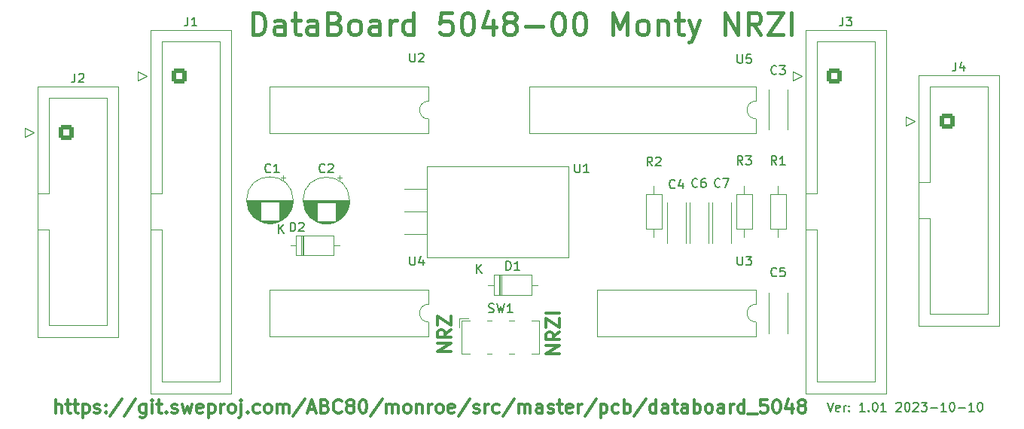
<source format=gbr>
%TF.GenerationSoftware,KiCad,Pcbnew,7.0.8-7.0.8~ubuntu23.04.1*%
%TF.CreationDate,2023-10-12T07:19:43+02:00*%
%TF.ProjectId,databoard_5048,64617461-626f-4617-9264-5f353034382e,rev?*%
%TF.SameCoordinates,Original*%
%TF.FileFunction,Legend,Top*%
%TF.FilePolarity,Positive*%
%FSLAX46Y46*%
G04 Gerber Fmt 4.6, Leading zero omitted, Abs format (unit mm)*
G04 Created by KiCad (PCBNEW 7.0.8-7.0.8~ubuntu23.04.1) date 2023-10-12 07:19:43*
%MOMM*%
%LPD*%
G01*
G04 APERTURE LIST*
G04 Aperture macros list*
%AMRoundRect*
0 Rectangle with rounded corners*
0 $1 Rounding radius*
0 $2 $3 $4 $5 $6 $7 $8 $9 X,Y pos of 4 corners*
0 Add a 4 corners polygon primitive as box body*
4,1,4,$2,$3,$4,$5,$6,$7,$8,$9,$2,$3,0*
0 Add four circle primitives for the rounded corners*
1,1,$1+$1,$2,$3*
1,1,$1+$1,$4,$5*
1,1,$1+$1,$6,$7*
1,1,$1+$1,$8,$9*
0 Add four rect primitives between the rounded corners*
20,1,$1+$1,$2,$3,$4,$5,0*
20,1,$1+$1,$4,$5,$6,$7,0*
20,1,$1+$1,$6,$7,$8,$9,0*
20,1,$1+$1,$8,$9,$2,$3,0*%
G04 Aperture macros list end*
%ADD10C,0.300000*%
%ADD11C,0.150000*%
%ADD12C,0.400000*%
%ADD13C,0.120000*%
%ADD14R,1.600000X1.600000*%
%ADD15C,1.600000*%
%ADD16O,3.500000X3.500000*%
%ADD17R,2.000000X1.905000*%
%ADD18O,2.000000X1.905000*%
%ADD19O,1.600000X1.600000*%
%ADD20C,1.400000*%
%ADD21O,1.400000X1.400000*%
%ADD22RoundRect,0.250000X-0.600000X-0.600000X0.600000X-0.600000X0.600000X0.600000X-0.600000X0.600000X0*%
%ADD23C,1.700000*%
G04 APERTURE END LIST*
D10*
X91494828Y-102061489D02*
X89994828Y-102061489D01*
X89994828Y-102061489D02*
X91494828Y-101204346D01*
X91494828Y-101204346D02*
X89994828Y-101204346D01*
X91494828Y-99632917D02*
X90780542Y-100132917D01*
X91494828Y-100490060D02*
X89994828Y-100490060D01*
X89994828Y-100490060D02*
X89994828Y-99918631D01*
X89994828Y-99918631D02*
X90066257Y-99775774D01*
X90066257Y-99775774D02*
X90137685Y-99704345D01*
X90137685Y-99704345D02*
X90280542Y-99632917D01*
X90280542Y-99632917D02*
X90494828Y-99632917D01*
X90494828Y-99632917D02*
X90637685Y-99704345D01*
X90637685Y-99704345D02*
X90709114Y-99775774D01*
X90709114Y-99775774D02*
X90780542Y-99918631D01*
X90780542Y-99918631D02*
X90780542Y-100490060D01*
X89994828Y-99132917D02*
X89994828Y-98132917D01*
X89994828Y-98132917D02*
X91494828Y-99132917D01*
X91494828Y-99132917D02*
X91494828Y-98132917D01*
D11*
X133797922Y-107835819D02*
X134131255Y-108835819D01*
X134131255Y-108835819D02*
X134464588Y-107835819D01*
X135178874Y-108788200D02*
X135083636Y-108835819D01*
X135083636Y-108835819D02*
X134893160Y-108835819D01*
X134893160Y-108835819D02*
X134797922Y-108788200D01*
X134797922Y-108788200D02*
X134750303Y-108692961D01*
X134750303Y-108692961D02*
X134750303Y-108312009D01*
X134750303Y-108312009D02*
X134797922Y-108216771D01*
X134797922Y-108216771D02*
X134893160Y-108169152D01*
X134893160Y-108169152D02*
X135083636Y-108169152D01*
X135083636Y-108169152D02*
X135178874Y-108216771D01*
X135178874Y-108216771D02*
X135226493Y-108312009D01*
X135226493Y-108312009D02*
X135226493Y-108407247D01*
X135226493Y-108407247D02*
X134750303Y-108502485D01*
X135655065Y-108835819D02*
X135655065Y-108169152D01*
X135655065Y-108359628D02*
X135702684Y-108264390D01*
X135702684Y-108264390D02*
X135750303Y-108216771D01*
X135750303Y-108216771D02*
X135845541Y-108169152D01*
X135845541Y-108169152D02*
X135940779Y-108169152D01*
X136274113Y-108740580D02*
X136321732Y-108788200D01*
X136321732Y-108788200D02*
X136274113Y-108835819D01*
X136274113Y-108835819D02*
X136226494Y-108788200D01*
X136226494Y-108788200D02*
X136274113Y-108740580D01*
X136274113Y-108740580D02*
X136274113Y-108835819D01*
X136274113Y-108216771D02*
X136321732Y-108264390D01*
X136321732Y-108264390D02*
X136274113Y-108312009D01*
X136274113Y-108312009D02*
X136226494Y-108264390D01*
X136226494Y-108264390D02*
X136274113Y-108216771D01*
X136274113Y-108216771D02*
X136274113Y-108312009D01*
X138036017Y-108835819D02*
X137464589Y-108835819D01*
X137750303Y-108835819D02*
X137750303Y-107835819D01*
X137750303Y-107835819D02*
X137655065Y-107978676D01*
X137655065Y-107978676D02*
X137559827Y-108073914D01*
X137559827Y-108073914D02*
X137464589Y-108121533D01*
X138464589Y-108740580D02*
X138512208Y-108788200D01*
X138512208Y-108788200D02*
X138464589Y-108835819D01*
X138464589Y-108835819D02*
X138416970Y-108788200D01*
X138416970Y-108788200D02*
X138464589Y-108740580D01*
X138464589Y-108740580D02*
X138464589Y-108835819D01*
X139131255Y-107835819D02*
X139226493Y-107835819D01*
X139226493Y-107835819D02*
X139321731Y-107883438D01*
X139321731Y-107883438D02*
X139369350Y-107931057D01*
X139369350Y-107931057D02*
X139416969Y-108026295D01*
X139416969Y-108026295D02*
X139464588Y-108216771D01*
X139464588Y-108216771D02*
X139464588Y-108454866D01*
X139464588Y-108454866D02*
X139416969Y-108645342D01*
X139416969Y-108645342D02*
X139369350Y-108740580D01*
X139369350Y-108740580D02*
X139321731Y-108788200D01*
X139321731Y-108788200D02*
X139226493Y-108835819D01*
X139226493Y-108835819D02*
X139131255Y-108835819D01*
X139131255Y-108835819D02*
X139036017Y-108788200D01*
X139036017Y-108788200D02*
X138988398Y-108740580D01*
X138988398Y-108740580D02*
X138940779Y-108645342D01*
X138940779Y-108645342D02*
X138893160Y-108454866D01*
X138893160Y-108454866D02*
X138893160Y-108216771D01*
X138893160Y-108216771D02*
X138940779Y-108026295D01*
X138940779Y-108026295D02*
X138988398Y-107931057D01*
X138988398Y-107931057D02*
X139036017Y-107883438D01*
X139036017Y-107883438D02*
X139131255Y-107835819D01*
X140416969Y-108835819D02*
X139845541Y-108835819D01*
X140131255Y-108835819D02*
X140131255Y-107835819D01*
X140131255Y-107835819D02*
X140036017Y-107978676D01*
X140036017Y-107978676D02*
X139940779Y-108073914D01*
X139940779Y-108073914D02*
X139845541Y-108121533D01*
X141559827Y-107931057D02*
X141607446Y-107883438D01*
X141607446Y-107883438D02*
X141702684Y-107835819D01*
X141702684Y-107835819D02*
X141940779Y-107835819D01*
X141940779Y-107835819D02*
X142036017Y-107883438D01*
X142036017Y-107883438D02*
X142083636Y-107931057D01*
X142083636Y-107931057D02*
X142131255Y-108026295D01*
X142131255Y-108026295D02*
X142131255Y-108121533D01*
X142131255Y-108121533D02*
X142083636Y-108264390D01*
X142083636Y-108264390D02*
X141512208Y-108835819D01*
X141512208Y-108835819D02*
X142131255Y-108835819D01*
X142750303Y-107835819D02*
X142845541Y-107835819D01*
X142845541Y-107835819D02*
X142940779Y-107883438D01*
X142940779Y-107883438D02*
X142988398Y-107931057D01*
X142988398Y-107931057D02*
X143036017Y-108026295D01*
X143036017Y-108026295D02*
X143083636Y-108216771D01*
X143083636Y-108216771D02*
X143083636Y-108454866D01*
X143083636Y-108454866D02*
X143036017Y-108645342D01*
X143036017Y-108645342D02*
X142988398Y-108740580D01*
X142988398Y-108740580D02*
X142940779Y-108788200D01*
X142940779Y-108788200D02*
X142845541Y-108835819D01*
X142845541Y-108835819D02*
X142750303Y-108835819D01*
X142750303Y-108835819D02*
X142655065Y-108788200D01*
X142655065Y-108788200D02*
X142607446Y-108740580D01*
X142607446Y-108740580D02*
X142559827Y-108645342D01*
X142559827Y-108645342D02*
X142512208Y-108454866D01*
X142512208Y-108454866D02*
X142512208Y-108216771D01*
X142512208Y-108216771D02*
X142559827Y-108026295D01*
X142559827Y-108026295D02*
X142607446Y-107931057D01*
X142607446Y-107931057D02*
X142655065Y-107883438D01*
X142655065Y-107883438D02*
X142750303Y-107835819D01*
X143464589Y-107931057D02*
X143512208Y-107883438D01*
X143512208Y-107883438D02*
X143607446Y-107835819D01*
X143607446Y-107835819D02*
X143845541Y-107835819D01*
X143845541Y-107835819D02*
X143940779Y-107883438D01*
X143940779Y-107883438D02*
X143988398Y-107931057D01*
X143988398Y-107931057D02*
X144036017Y-108026295D01*
X144036017Y-108026295D02*
X144036017Y-108121533D01*
X144036017Y-108121533D02*
X143988398Y-108264390D01*
X143988398Y-108264390D02*
X143416970Y-108835819D01*
X143416970Y-108835819D02*
X144036017Y-108835819D01*
X144369351Y-107835819D02*
X144988398Y-107835819D01*
X144988398Y-107835819D02*
X144655065Y-108216771D01*
X144655065Y-108216771D02*
X144797922Y-108216771D01*
X144797922Y-108216771D02*
X144893160Y-108264390D01*
X144893160Y-108264390D02*
X144940779Y-108312009D01*
X144940779Y-108312009D02*
X144988398Y-108407247D01*
X144988398Y-108407247D02*
X144988398Y-108645342D01*
X144988398Y-108645342D02*
X144940779Y-108740580D01*
X144940779Y-108740580D02*
X144893160Y-108788200D01*
X144893160Y-108788200D02*
X144797922Y-108835819D01*
X144797922Y-108835819D02*
X144512208Y-108835819D01*
X144512208Y-108835819D02*
X144416970Y-108788200D01*
X144416970Y-108788200D02*
X144369351Y-108740580D01*
X145416970Y-108454866D02*
X146178875Y-108454866D01*
X147178874Y-108835819D02*
X146607446Y-108835819D01*
X146893160Y-108835819D02*
X146893160Y-107835819D01*
X146893160Y-107835819D02*
X146797922Y-107978676D01*
X146797922Y-107978676D02*
X146702684Y-108073914D01*
X146702684Y-108073914D02*
X146607446Y-108121533D01*
X147797922Y-107835819D02*
X147893160Y-107835819D01*
X147893160Y-107835819D02*
X147988398Y-107883438D01*
X147988398Y-107883438D02*
X148036017Y-107931057D01*
X148036017Y-107931057D02*
X148083636Y-108026295D01*
X148083636Y-108026295D02*
X148131255Y-108216771D01*
X148131255Y-108216771D02*
X148131255Y-108454866D01*
X148131255Y-108454866D02*
X148083636Y-108645342D01*
X148083636Y-108645342D02*
X148036017Y-108740580D01*
X148036017Y-108740580D02*
X147988398Y-108788200D01*
X147988398Y-108788200D02*
X147893160Y-108835819D01*
X147893160Y-108835819D02*
X147797922Y-108835819D01*
X147797922Y-108835819D02*
X147702684Y-108788200D01*
X147702684Y-108788200D02*
X147655065Y-108740580D01*
X147655065Y-108740580D02*
X147607446Y-108645342D01*
X147607446Y-108645342D02*
X147559827Y-108454866D01*
X147559827Y-108454866D02*
X147559827Y-108216771D01*
X147559827Y-108216771D02*
X147607446Y-108026295D01*
X147607446Y-108026295D02*
X147655065Y-107931057D01*
X147655065Y-107931057D02*
X147702684Y-107883438D01*
X147702684Y-107883438D02*
X147797922Y-107835819D01*
X148559827Y-108454866D02*
X149321732Y-108454866D01*
X150321731Y-108835819D02*
X149750303Y-108835819D01*
X150036017Y-108835819D02*
X150036017Y-107835819D01*
X150036017Y-107835819D02*
X149940779Y-107978676D01*
X149940779Y-107978676D02*
X149845541Y-108073914D01*
X149845541Y-108073914D02*
X149750303Y-108121533D01*
X150940779Y-107835819D02*
X151036017Y-107835819D01*
X151036017Y-107835819D02*
X151131255Y-107883438D01*
X151131255Y-107883438D02*
X151178874Y-107931057D01*
X151178874Y-107931057D02*
X151226493Y-108026295D01*
X151226493Y-108026295D02*
X151274112Y-108216771D01*
X151274112Y-108216771D02*
X151274112Y-108454866D01*
X151274112Y-108454866D02*
X151226493Y-108645342D01*
X151226493Y-108645342D02*
X151178874Y-108740580D01*
X151178874Y-108740580D02*
X151131255Y-108788200D01*
X151131255Y-108788200D02*
X151036017Y-108835819D01*
X151036017Y-108835819D02*
X150940779Y-108835819D01*
X150940779Y-108835819D02*
X150845541Y-108788200D01*
X150845541Y-108788200D02*
X150797922Y-108740580D01*
X150797922Y-108740580D02*
X150750303Y-108645342D01*
X150750303Y-108645342D02*
X150702684Y-108454866D01*
X150702684Y-108454866D02*
X150702684Y-108216771D01*
X150702684Y-108216771D02*
X150750303Y-108026295D01*
X150750303Y-108026295D02*
X150797922Y-107931057D01*
X150797922Y-107931057D02*
X150845541Y-107883438D01*
X150845541Y-107883438D02*
X150940779Y-107835819D01*
D12*
X69184395Y-66475247D02*
X69184395Y-63975247D01*
X69184395Y-63975247D02*
X69779633Y-63975247D01*
X69779633Y-63975247D02*
X70136776Y-64094295D01*
X70136776Y-64094295D02*
X70374871Y-64332390D01*
X70374871Y-64332390D02*
X70493918Y-64570485D01*
X70493918Y-64570485D02*
X70612966Y-65046676D01*
X70612966Y-65046676D02*
X70612966Y-65403819D01*
X70612966Y-65403819D02*
X70493918Y-65880009D01*
X70493918Y-65880009D02*
X70374871Y-66118104D01*
X70374871Y-66118104D02*
X70136776Y-66356200D01*
X70136776Y-66356200D02*
X69779633Y-66475247D01*
X69779633Y-66475247D02*
X69184395Y-66475247D01*
X72755823Y-66475247D02*
X72755823Y-65165723D01*
X72755823Y-65165723D02*
X72636776Y-64927628D01*
X72636776Y-64927628D02*
X72398680Y-64808580D01*
X72398680Y-64808580D02*
X71922490Y-64808580D01*
X71922490Y-64808580D02*
X71684395Y-64927628D01*
X72755823Y-66356200D02*
X72517728Y-66475247D01*
X72517728Y-66475247D02*
X71922490Y-66475247D01*
X71922490Y-66475247D02*
X71684395Y-66356200D01*
X71684395Y-66356200D02*
X71565347Y-66118104D01*
X71565347Y-66118104D02*
X71565347Y-65880009D01*
X71565347Y-65880009D02*
X71684395Y-65641914D01*
X71684395Y-65641914D02*
X71922490Y-65522866D01*
X71922490Y-65522866D02*
X72517728Y-65522866D01*
X72517728Y-65522866D02*
X72755823Y-65403819D01*
X73589157Y-64808580D02*
X74541538Y-64808580D01*
X73946300Y-63975247D02*
X73946300Y-66118104D01*
X73946300Y-66118104D02*
X74065347Y-66356200D01*
X74065347Y-66356200D02*
X74303442Y-66475247D01*
X74303442Y-66475247D02*
X74541538Y-66475247D01*
X76446299Y-66475247D02*
X76446299Y-65165723D01*
X76446299Y-65165723D02*
X76327252Y-64927628D01*
X76327252Y-64927628D02*
X76089156Y-64808580D01*
X76089156Y-64808580D02*
X75612966Y-64808580D01*
X75612966Y-64808580D02*
X75374871Y-64927628D01*
X76446299Y-66356200D02*
X76208204Y-66475247D01*
X76208204Y-66475247D02*
X75612966Y-66475247D01*
X75612966Y-66475247D02*
X75374871Y-66356200D01*
X75374871Y-66356200D02*
X75255823Y-66118104D01*
X75255823Y-66118104D02*
X75255823Y-65880009D01*
X75255823Y-65880009D02*
X75374871Y-65641914D01*
X75374871Y-65641914D02*
X75612966Y-65522866D01*
X75612966Y-65522866D02*
X76208204Y-65522866D01*
X76208204Y-65522866D02*
X76446299Y-65403819D01*
X78470109Y-65165723D02*
X78827252Y-65284771D01*
X78827252Y-65284771D02*
X78946299Y-65403819D01*
X78946299Y-65403819D02*
X79065347Y-65641914D01*
X79065347Y-65641914D02*
X79065347Y-65999057D01*
X79065347Y-65999057D02*
X78946299Y-66237152D01*
X78946299Y-66237152D02*
X78827252Y-66356200D01*
X78827252Y-66356200D02*
X78589157Y-66475247D01*
X78589157Y-66475247D02*
X77636776Y-66475247D01*
X77636776Y-66475247D02*
X77636776Y-63975247D01*
X77636776Y-63975247D02*
X78470109Y-63975247D01*
X78470109Y-63975247D02*
X78708204Y-64094295D01*
X78708204Y-64094295D02*
X78827252Y-64213342D01*
X78827252Y-64213342D02*
X78946299Y-64451438D01*
X78946299Y-64451438D02*
X78946299Y-64689533D01*
X78946299Y-64689533D02*
X78827252Y-64927628D01*
X78827252Y-64927628D02*
X78708204Y-65046676D01*
X78708204Y-65046676D02*
X78470109Y-65165723D01*
X78470109Y-65165723D02*
X77636776Y-65165723D01*
X80493918Y-66475247D02*
X80255823Y-66356200D01*
X80255823Y-66356200D02*
X80136776Y-66237152D01*
X80136776Y-66237152D02*
X80017728Y-65999057D01*
X80017728Y-65999057D02*
X80017728Y-65284771D01*
X80017728Y-65284771D02*
X80136776Y-65046676D01*
X80136776Y-65046676D02*
X80255823Y-64927628D01*
X80255823Y-64927628D02*
X80493918Y-64808580D01*
X80493918Y-64808580D02*
X80851061Y-64808580D01*
X80851061Y-64808580D02*
X81089157Y-64927628D01*
X81089157Y-64927628D02*
X81208204Y-65046676D01*
X81208204Y-65046676D02*
X81327252Y-65284771D01*
X81327252Y-65284771D02*
X81327252Y-65999057D01*
X81327252Y-65999057D02*
X81208204Y-66237152D01*
X81208204Y-66237152D02*
X81089157Y-66356200D01*
X81089157Y-66356200D02*
X80851061Y-66475247D01*
X80851061Y-66475247D02*
X80493918Y-66475247D01*
X83470109Y-66475247D02*
X83470109Y-65165723D01*
X83470109Y-65165723D02*
X83351062Y-64927628D01*
X83351062Y-64927628D02*
X83112966Y-64808580D01*
X83112966Y-64808580D02*
X82636776Y-64808580D01*
X82636776Y-64808580D02*
X82398681Y-64927628D01*
X83470109Y-66356200D02*
X83232014Y-66475247D01*
X83232014Y-66475247D02*
X82636776Y-66475247D01*
X82636776Y-66475247D02*
X82398681Y-66356200D01*
X82398681Y-66356200D02*
X82279633Y-66118104D01*
X82279633Y-66118104D02*
X82279633Y-65880009D01*
X82279633Y-65880009D02*
X82398681Y-65641914D01*
X82398681Y-65641914D02*
X82636776Y-65522866D01*
X82636776Y-65522866D02*
X83232014Y-65522866D01*
X83232014Y-65522866D02*
X83470109Y-65403819D01*
X84660586Y-66475247D02*
X84660586Y-64808580D01*
X84660586Y-65284771D02*
X84779633Y-65046676D01*
X84779633Y-65046676D02*
X84898681Y-64927628D01*
X84898681Y-64927628D02*
X85136776Y-64808580D01*
X85136776Y-64808580D02*
X85374871Y-64808580D01*
X87279633Y-66475247D02*
X87279633Y-63975247D01*
X87279633Y-66356200D02*
X87041538Y-66475247D01*
X87041538Y-66475247D02*
X86565347Y-66475247D01*
X86565347Y-66475247D02*
X86327252Y-66356200D01*
X86327252Y-66356200D02*
X86208205Y-66237152D01*
X86208205Y-66237152D02*
X86089157Y-65999057D01*
X86089157Y-65999057D02*
X86089157Y-65284771D01*
X86089157Y-65284771D02*
X86208205Y-65046676D01*
X86208205Y-65046676D02*
X86327252Y-64927628D01*
X86327252Y-64927628D02*
X86565347Y-64808580D01*
X86565347Y-64808580D02*
X87041538Y-64808580D01*
X87041538Y-64808580D02*
X87279633Y-64927628D01*
X91565348Y-63975247D02*
X90374872Y-63975247D01*
X90374872Y-63975247D02*
X90255824Y-65165723D01*
X90255824Y-65165723D02*
X90374872Y-65046676D01*
X90374872Y-65046676D02*
X90612967Y-64927628D01*
X90612967Y-64927628D02*
X91208205Y-64927628D01*
X91208205Y-64927628D02*
X91446300Y-65046676D01*
X91446300Y-65046676D02*
X91565348Y-65165723D01*
X91565348Y-65165723D02*
X91684395Y-65403819D01*
X91684395Y-65403819D02*
X91684395Y-65999057D01*
X91684395Y-65999057D02*
X91565348Y-66237152D01*
X91565348Y-66237152D02*
X91446300Y-66356200D01*
X91446300Y-66356200D02*
X91208205Y-66475247D01*
X91208205Y-66475247D02*
X90612967Y-66475247D01*
X90612967Y-66475247D02*
X90374872Y-66356200D01*
X90374872Y-66356200D02*
X90255824Y-66237152D01*
X93232014Y-63975247D02*
X93470109Y-63975247D01*
X93470109Y-63975247D02*
X93708205Y-64094295D01*
X93708205Y-64094295D02*
X93827252Y-64213342D01*
X93827252Y-64213342D02*
X93946300Y-64451438D01*
X93946300Y-64451438D02*
X94065347Y-64927628D01*
X94065347Y-64927628D02*
X94065347Y-65522866D01*
X94065347Y-65522866D02*
X93946300Y-65999057D01*
X93946300Y-65999057D02*
X93827252Y-66237152D01*
X93827252Y-66237152D02*
X93708205Y-66356200D01*
X93708205Y-66356200D02*
X93470109Y-66475247D01*
X93470109Y-66475247D02*
X93232014Y-66475247D01*
X93232014Y-66475247D02*
X92993919Y-66356200D01*
X92993919Y-66356200D02*
X92874871Y-66237152D01*
X92874871Y-66237152D02*
X92755824Y-65999057D01*
X92755824Y-65999057D02*
X92636776Y-65522866D01*
X92636776Y-65522866D02*
X92636776Y-64927628D01*
X92636776Y-64927628D02*
X92755824Y-64451438D01*
X92755824Y-64451438D02*
X92874871Y-64213342D01*
X92874871Y-64213342D02*
X92993919Y-64094295D01*
X92993919Y-64094295D02*
X93232014Y-63975247D01*
X96208204Y-64808580D02*
X96208204Y-66475247D01*
X95612966Y-63856200D02*
X95017728Y-65641914D01*
X95017728Y-65641914D02*
X96565347Y-65641914D01*
X97874870Y-65046676D02*
X97636775Y-64927628D01*
X97636775Y-64927628D02*
X97517728Y-64808580D01*
X97517728Y-64808580D02*
X97398680Y-64570485D01*
X97398680Y-64570485D02*
X97398680Y-64451438D01*
X97398680Y-64451438D02*
X97517728Y-64213342D01*
X97517728Y-64213342D02*
X97636775Y-64094295D01*
X97636775Y-64094295D02*
X97874870Y-63975247D01*
X97874870Y-63975247D02*
X98351061Y-63975247D01*
X98351061Y-63975247D02*
X98589156Y-64094295D01*
X98589156Y-64094295D02*
X98708204Y-64213342D01*
X98708204Y-64213342D02*
X98827251Y-64451438D01*
X98827251Y-64451438D02*
X98827251Y-64570485D01*
X98827251Y-64570485D02*
X98708204Y-64808580D01*
X98708204Y-64808580D02*
X98589156Y-64927628D01*
X98589156Y-64927628D02*
X98351061Y-65046676D01*
X98351061Y-65046676D02*
X97874870Y-65046676D01*
X97874870Y-65046676D02*
X97636775Y-65165723D01*
X97636775Y-65165723D02*
X97517728Y-65284771D01*
X97517728Y-65284771D02*
X97398680Y-65522866D01*
X97398680Y-65522866D02*
X97398680Y-65999057D01*
X97398680Y-65999057D02*
X97517728Y-66237152D01*
X97517728Y-66237152D02*
X97636775Y-66356200D01*
X97636775Y-66356200D02*
X97874870Y-66475247D01*
X97874870Y-66475247D02*
X98351061Y-66475247D01*
X98351061Y-66475247D02*
X98589156Y-66356200D01*
X98589156Y-66356200D02*
X98708204Y-66237152D01*
X98708204Y-66237152D02*
X98827251Y-65999057D01*
X98827251Y-65999057D02*
X98827251Y-65522866D01*
X98827251Y-65522866D02*
X98708204Y-65284771D01*
X98708204Y-65284771D02*
X98589156Y-65165723D01*
X98589156Y-65165723D02*
X98351061Y-65046676D01*
X99898680Y-65522866D02*
X101803442Y-65522866D01*
X103470108Y-63975247D02*
X103708203Y-63975247D01*
X103708203Y-63975247D02*
X103946299Y-64094295D01*
X103946299Y-64094295D02*
X104065346Y-64213342D01*
X104065346Y-64213342D02*
X104184394Y-64451438D01*
X104184394Y-64451438D02*
X104303441Y-64927628D01*
X104303441Y-64927628D02*
X104303441Y-65522866D01*
X104303441Y-65522866D02*
X104184394Y-65999057D01*
X104184394Y-65999057D02*
X104065346Y-66237152D01*
X104065346Y-66237152D02*
X103946299Y-66356200D01*
X103946299Y-66356200D02*
X103708203Y-66475247D01*
X103708203Y-66475247D02*
X103470108Y-66475247D01*
X103470108Y-66475247D02*
X103232013Y-66356200D01*
X103232013Y-66356200D02*
X103112965Y-66237152D01*
X103112965Y-66237152D02*
X102993918Y-65999057D01*
X102993918Y-65999057D02*
X102874870Y-65522866D01*
X102874870Y-65522866D02*
X102874870Y-64927628D01*
X102874870Y-64927628D02*
X102993918Y-64451438D01*
X102993918Y-64451438D02*
X103112965Y-64213342D01*
X103112965Y-64213342D02*
X103232013Y-64094295D01*
X103232013Y-64094295D02*
X103470108Y-63975247D01*
X105851060Y-63975247D02*
X106089155Y-63975247D01*
X106089155Y-63975247D02*
X106327251Y-64094295D01*
X106327251Y-64094295D02*
X106446298Y-64213342D01*
X106446298Y-64213342D02*
X106565346Y-64451438D01*
X106565346Y-64451438D02*
X106684393Y-64927628D01*
X106684393Y-64927628D02*
X106684393Y-65522866D01*
X106684393Y-65522866D02*
X106565346Y-65999057D01*
X106565346Y-65999057D02*
X106446298Y-66237152D01*
X106446298Y-66237152D02*
X106327251Y-66356200D01*
X106327251Y-66356200D02*
X106089155Y-66475247D01*
X106089155Y-66475247D02*
X105851060Y-66475247D01*
X105851060Y-66475247D02*
X105612965Y-66356200D01*
X105612965Y-66356200D02*
X105493917Y-66237152D01*
X105493917Y-66237152D02*
X105374870Y-65999057D01*
X105374870Y-65999057D02*
X105255822Y-65522866D01*
X105255822Y-65522866D02*
X105255822Y-64927628D01*
X105255822Y-64927628D02*
X105374870Y-64451438D01*
X105374870Y-64451438D02*
X105493917Y-64213342D01*
X105493917Y-64213342D02*
X105612965Y-64094295D01*
X105612965Y-64094295D02*
X105851060Y-63975247D01*
X109660584Y-66475247D02*
X109660584Y-63975247D01*
X109660584Y-63975247D02*
X110493917Y-65760961D01*
X110493917Y-65760961D02*
X111327250Y-63975247D01*
X111327250Y-63975247D02*
X111327250Y-66475247D01*
X112874869Y-66475247D02*
X112636774Y-66356200D01*
X112636774Y-66356200D02*
X112517727Y-66237152D01*
X112517727Y-66237152D02*
X112398679Y-65999057D01*
X112398679Y-65999057D02*
X112398679Y-65284771D01*
X112398679Y-65284771D02*
X112517727Y-65046676D01*
X112517727Y-65046676D02*
X112636774Y-64927628D01*
X112636774Y-64927628D02*
X112874869Y-64808580D01*
X112874869Y-64808580D02*
X113232012Y-64808580D01*
X113232012Y-64808580D02*
X113470108Y-64927628D01*
X113470108Y-64927628D02*
X113589155Y-65046676D01*
X113589155Y-65046676D02*
X113708203Y-65284771D01*
X113708203Y-65284771D02*
X113708203Y-65999057D01*
X113708203Y-65999057D02*
X113589155Y-66237152D01*
X113589155Y-66237152D02*
X113470108Y-66356200D01*
X113470108Y-66356200D02*
X113232012Y-66475247D01*
X113232012Y-66475247D02*
X112874869Y-66475247D01*
X114779632Y-64808580D02*
X114779632Y-66475247D01*
X114779632Y-65046676D02*
X114898679Y-64927628D01*
X114898679Y-64927628D02*
X115136774Y-64808580D01*
X115136774Y-64808580D02*
X115493917Y-64808580D01*
X115493917Y-64808580D02*
X115732013Y-64927628D01*
X115732013Y-64927628D02*
X115851060Y-65165723D01*
X115851060Y-65165723D02*
X115851060Y-66475247D01*
X116684394Y-64808580D02*
X117636775Y-64808580D01*
X117041537Y-63975247D02*
X117041537Y-66118104D01*
X117041537Y-66118104D02*
X117160584Y-66356200D01*
X117160584Y-66356200D02*
X117398679Y-66475247D01*
X117398679Y-66475247D02*
X117636775Y-66475247D01*
X118232012Y-64808580D02*
X118827250Y-66475247D01*
X119422489Y-64808580D02*
X118827250Y-66475247D01*
X118827250Y-66475247D02*
X118589155Y-67070485D01*
X118589155Y-67070485D02*
X118470108Y-67189533D01*
X118470108Y-67189533D02*
X118232012Y-67308580D01*
X122279632Y-66475247D02*
X122279632Y-63975247D01*
X122279632Y-63975247D02*
X123708203Y-66475247D01*
X123708203Y-66475247D02*
X123708203Y-63975247D01*
X126327251Y-66475247D02*
X125493918Y-65284771D01*
X124898680Y-66475247D02*
X124898680Y-63975247D01*
X124898680Y-63975247D02*
X125851061Y-63975247D01*
X125851061Y-63975247D02*
X126089156Y-64094295D01*
X126089156Y-64094295D02*
X126208203Y-64213342D01*
X126208203Y-64213342D02*
X126327251Y-64451438D01*
X126327251Y-64451438D02*
X126327251Y-64808580D01*
X126327251Y-64808580D02*
X126208203Y-65046676D01*
X126208203Y-65046676D02*
X126089156Y-65165723D01*
X126089156Y-65165723D02*
X125851061Y-65284771D01*
X125851061Y-65284771D02*
X124898680Y-65284771D01*
X127160584Y-63975247D02*
X128827251Y-63975247D01*
X128827251Y-63975247D02*
X127160584Y-66475247D01*
X127160584Y-66475247D02*
X128827251Y-66475247D01*
X129779632Y-66475247D02*
X129779632Y-63975247D01*
D10*
X103686828Y-102315489D02*
X102186828Y-102315489D01*
X102186828Y-102315489D02*
X103686828Y-101458346D01*
X103686828Y-101458346D02*
X102186828Y-101458346D01*
X103686828Y-99886917D02*
X102972542Y-100386917D01*
X103686828Y-100744060D02*
X102186828Y-100744060D01*
X102186828Y-100744060D02*
X102186828Y-100172631D01*
X102186828Y-100172631D02*
X102258257Y-100029774D01*
X102258257Y-100029774D02*
X102329685Y-99958345D01*
X102329685Y-99958345D02*
X102472542Y-99886917D01*
X102472542Y-99886917D02*
X102686828Y-99886917D01*
X102686828Y-99886917D02*
X102829685Y-99958345D01*
X102829685Y-99958345D02*
X102901114Y-100029774D01*
X102901114Y-100029774D02*
X102972542Y-100172631D01*
X102972542Y-100172631D02*
X102972542Y-100744060D01*
X102186828Y-99386917D02*
X102186828Y-98386917D01*
X102186828Y-98386917D02*
X103686828Y-99386917D01*
X103686828Y-99386917D02*
X103686828Y-98386917D01*
X103686828Y-97815489D02*
X102186828Y-97815489D01*
X47036510Y-109020828D02*
X47036510Y-107520828D01*
X47679368Y-109020828D02*
X47679368Y-108235114D01*
X47679368Y-108235114D02*
X47607939Y-108092257D01*
X47607939Y-108092257D02*
X47465082Y-108020828D01*
X47465082Y-108020828D02*
X47250796Y-108020828D01*
X47250796Y-108020828D02*
X47107939Y-108092257D01*
X47107939Y-108092257D02*
X47036510Y-108163685D01*
X48179368Y-108020828D02*
X48750796Y-108020828D01*
X48393653Y-107520828D02*
X48393653Y-108806542D01*
X48393653Y-108806542D02*
X48465082Y-108949400D01*
X48465082Y-108949400D02*
X48607939Y-109020828D01*
X48607939Y-109020828D02*
X48750796Y-109020828D01*
X49036511Y-108020828D02*
X49607939Y-108020828D01*
X49250796Y-107520828D02*
X49250796Y-108806542D01*
X49250796Y-108806542D02*
X49322225Y-108949400D01*
X49322225Y-108949400D02*
X49465082Y-109020828D01*
X49465082Y-109020828D02*
X49607939Y-109020828D01*
X50107939Y-108020828D02*
X50107939Y-109520828D01*
X50107939Y-108092257D02*
X50250797Y-108020828D01*
X50250797Y-108020828D02*
X50536511Y-108020828D01*
X50536511Y-108020828D02*
X50679368Y-108092257D01*
X50679368Y-108092257D02*
X50750797Y-108163685D01*
X50750797Y-108163685D02*
X50822225Y-108306542D01*
X50822225Y-108306542D02*
X50822225Y-108735114D01*
X50822225Y-108735114D02*
X50750797Y-108877971D01*
X50750797Y-108877971D02*
X50679368Y-108949400D01*
X50679368Y-108949400D02*
X50536511Y-109020828D01*
X50536511Y-109020828D02*
X50250797Y-109020828D01*
X50250797Y-109020828D02*
X50107939Y-108949400D01*
X51393654Y-108949400D02*
X51536511Y-109020828D01*
X51536511Y-109020828D02*
X51822225Y-109020828D01*
X51822225Y-109020828D02*
X51965082Y-108949400D01*
X51965082Y-108949400D02*
X52036511Y-108806542D01*
X52036511Y-108806542D02*
X52036511Y-108735114D01*
X52036511Y-108735114D02*
X51965082Y-108592257D01*
X51965082Y-108592257D02*
X51822225Y-108520828D01*
X51822225Y-108520828D02*
X51607940Y-108520828D01*
X51607940Y-108520828D02*
X51465082Y-108449400D01*
X51465082Y-108449400D02*
X51393654Y-108306542D01*
X51393654Y-108306542D02*
X51393654Y-108235114D01*
X51393654Y-108235114D02*
X51465082Y-108092257D01*
X51465082Y-108092257D02*
X51607940Y-108020828D01*
X51607940Y-108020828D02*
X51822225Y-108020828D01*
X51822225Y-108020828D02*
X51965082Y-108092257D01*
X52679368Y-108877971D02*
X52750797Y-108949400D01*
X52750797Y-108949400D02*
X52679368Y-109020828D01*
X52679368Y-109020828D02*
X52607940Y-108949400D01*
X52607940Y-108949400D02*
X52679368Y-108877971D01*
X52679368Y-108877971D02*
X52679368Y-109020828D01*
X52679368Y-108092257D02*
X52750797Y-108163685D01*
X52750797Y-108163685D02*
X52679368Y-108235114D01*
X52679368Y-108235114D02*
X52607940Y-108163685D01*
X52607940Y-108163685D02*
X52679368Y-108092257D01*
X52679368Y-108092257D02*
X52679368Y-108235114D01*
X54465083Y-107449400D02*
X53179369Y-109377971D01*
X56036512Y-107449400D02*
X54750798Y-109377971D01*
X57179370Y-108020828D02*
X57179370Y-109235114D01*
X57179370Y-109235114D02*
X57107941Y-109377971D01*
X57107941Y-109377971D02*
X57036512Y-109449400D01*
X57036512Y-109449400D02*
X56893655Y-109520828D01*
X56893655Y-109520828D02*
X56679370Y-109520828D01*
X56679370Y-109520828D02*
X56536512Y-109449400D01*
X57179370Y-108949400D02*
X57036512Y-109020828D01*
X57036512Y-109020828D02*
X56750798Y-109020828D01*
X56750798Y-109020828D02*
X56607941Y-108949400D01*
X56607941Y-108949400D02*
X56536512Y-108877971D01*
X56536512Y-108877971D02*
X56465084Y-108735114D01*
X56465084Y-108735114D02*
X56465084Y-108306542D01*
X56465084Y-108306542D02*
X56536512Y-108163685D01*
X56536512Y-108163685D02*
X56607941Y-108092257D01*
X56607941Y-108092257D02*
X56750798Y-108020828D01*
X56750798Y-108020828D02*
X57036512Y-108020828D01*
X57036512Y-108020828D02*
X57179370Y-108092257D01*
X57893655Y-109020828D02*
X57893655Y-108020828D01*
X57893655Y-107520828D02*
X57822227Y-107592257D01*
X57822227Y-107592257D02*
X57893655Y-107663685D01*
X57893655Y-107663685D02*
X57965084Y-107592257D01*
X57965084Y-107592257D02*
X57893655Y-107520828D01*
X57893655Y-107520828D02*
X57893655Y-107663685D01*
X58393656Y-108020828D02*
X58965084Y-108020828D01*
X58607941Y-107520828D02*
X58607941Y-108806542D01*
X58607941Y-108806542D02*
X58679370Y-108949400D01*
X58679370Y-108949400D02*
X58822227Y-109020828D01*
X58822227Y-109020828D02*
X58965084Y-109020828D01*
X59465084Y-108877971D02*
X59536513Y-108949400D01*
X59536513Y-108949400D02*
X59465084Y-109020828D01*
X59465084Y-109020828D02*
X59393656Y-108949400D01*
X59393656Y-108949400D02*
X59465084Y-108877971D01*
X59465084Y-108877971D02*
X59465084Y-109020828D01*
X60107942Y-108949400D02*
X60250799Y-109020828D01*
X60250799Y-109020828D02*
X60536513Y-109020828D01*
X60536513Y-109020828D02*
X60679370Y-108949400D01*
X60679370Y-108949400D02*
X60750799Y-108806542D01*
X60750799Y-108806542D02*
X60750799Y-108735114D01*
X60750799Y-108735114D02*
X60679370Y-108592257D01*
X60679370Y-108592257D02*
X60536513Y-108520828D01*
X60536513Y-108520828D02*
X60322228Y-108520828D01*
X60322228Y-108520828D02*
X60179370Y-108449400D01*
X60179370Y-108449400D02*
X60107942Y-108306542D01*
X60107942Y-108306542D02*
X60107942Y-108235114D01*
X60107942Y-108235114D02*
X60179370Y-108092257D01*
X60179370Y-108092257D02*
X60322228Y-108020828D01*
X60322228Y-108020828D02*
X60536513Y-108020828D01*
X60536513Y-108020828D02*
X60679370Y-108092257D01*
X61250799Y-108020828D02*
X61536514Y-109020828D01*
X61536514Y-109020828D02*
X61822228Y-108306542D01*
X61822228Y-108306542D02*
X62107942Y-109020828D01*
X62107942Y-109020828D02*
X62393656Y-108020828D01*
X63536514Y-108949400D02*
X63393657Y-109020828D01*
X63393657Y-109020828D02*
X63107943Y-109020828D01*
X63107943Y-109020828D02*
X62965085Y-108949400D01*
X62965085Y-108949400D02*
X62893657Y-108806542D01*
X62893657Y-108806542D02*
X62893657Y-108235114D01*
X62893657Y-108235114D02*
X62965085Y-108092257D01*
X62965085Y-108092257D02*
X63107943Y-108020828D01*
X63107943Y-108020828D02*
X63393657Y-108020828D01*
X63393657Y-108020828D02*
X63536514Y-108092257D01*
X63536514Y-108092257D02*
X63607943Y-108235114D01*
X63607943Y-108235114D02*
X63607943Y-108377971D01*
X63607943Y-108377971D02*
X62893657Y-108520828D01*
X64250799Y-108020828D02*
X64250799Y-109520828D01*
X64250799Y-108092257D02*
X64393657Y-108020828D01*
X64393657Y-108020828D02*
X64679371Y-108020828D01*
X64679371Y-108020828D02*
X64822228Y-108092257D01*
X64822228Y-108092257D02*
X64893657Y-108163685D01*
X64893657Y-108163685D02*
X64965085Y-108306542D01*
X64965085Y-108306542D02*
X64965085Y-108735114D01*
X64965085Y-108735114D02*
X64893657Y-108877971D01*
X64893657Y-108877971D02*
X64822228Y-108949400D01*
X64822228Y-108949400D02*
X64679371Y-109020828D01*
X64679371Y-109020828D02*
X64393657Y-109020828D01*
X64393657Y-109020828D02*
X64250799Y-108949400D01*
X65607942Y-109020828D02*
X65607942Y-108020828D01*
X65607942Y-108306542D02*
X65679371Y-108163685D01*
X65679371Y-108163685D02*
X65750800Y-108092257D01*
X65750800Y-108092257D02*
X65893657Y-108020828D01*
X65893657Y-108020828D02*
X66036514Y-108020828D01*
X66750799Y-109020828D02*
X66607942Y-108949400D01*
X66607942Y-108949400D02*
X66536513Y-108877971D01*
X66536513Y-108877971D02*
X66465085Y-108735114D01*
X66465085Y-108735114D02*
X66465085Y-108306542D01*
X66465085Y-108306542D02*
X66536513Y-108163685D01*
X66536513Y-108163685D02*
X66607942Y-108092257D01*
X66607942Y-108092257D02*
X66750799Y-108020828D01*
X66750799Y-108020828D02*
X66965085Y-108020828D01*
X66965085Y-108020828D02*
X67107942Y-108092257D01*
X67107942Y-108092257D02*
X67179371Y-108163685D01*
X67179371Y-108163685D02*
X67250799Y-108306542D01*
X67250799Y-108306542D02*
X67250799Y-108735114D01*
X67250799Y-108735114D02*
X67179371Y-108877971D01*
X67179371Y-108877971D02*
X67107942Y-108949400D01*
X67107942Y-108949400D02*
X66965085Y-109020828D01*
X66965085Y-109020828D02*
X66750799Y-109020828D01*
X67893656Y-108020828D02*
X67893656Y-109306542D01*
X67893656Y-109306542D02*
X67822228Y-109449400D01*
X67822228Y-109449400D02*
X67679371Y-109520828D01*
X67679371Y-109520828D02*
X67607942Y-109520828D01*
X67893656Y-107520828D02*
X67822228Y-107592257D01*
X67822228Y-107592257D02*
X67893656Y-107663685D01*
X67893656Y-107663685D02*
X67965085Y-107592257D01*
X67965085Y-107592257D02*
X67893656Y-107520828D01*
X67893656Y-107520828D02*
X67893656Y-107663685D01*
X68607942Y-108877971D02*
X68679371Y-108949400D01*
X68679371Y-108949400D02*
X68607942Y-109020828D01*
X68607942Y-109020828D02*
X68536514Y-108949400D01*
X68536514Y-108949400D02*
X68607942Y-108877971D01*
X68607942Y-108877971D02*
X68607942Y-109020828D01*
X69965086Y-108949400D02*
X69822228Y-109020828D01*
X69822228Y-109020828D02*
X69536514Y-109020828D01*
X69536514Y-109020828D02*
X69393657Y-108949400D01*
X69393657Y-108949400D02*
X69322228Y-108877971D01*
X69322228Y-108877971D02*
X69250800Y-108735114D01*
X69250800Y-108735114D02*
X69250800Y-108306542D01*
X69250800Y-108306542D02*
X69322228Y-108163685D01*
X69322228Y-108163685D02*
X69393657Y-108092257D01*
X69393657Y-108092257D02*
X69536514Y-108020828D01*
X69536514Y-108020828D02*
X69822228Y-108020828D01*
X69822228Y-108020828D02*
X69965086Y-108092257D01*
X70822228Y-109020828D02*
X70679371Y-108949400D01*
X70679371Y-108949400D02*
X70607942Y-108877971D01*
X70607942Y-108877971D02*
X70536514Y-108735114D01*
X70536514Y-108735114D02*
X70536514Y-108306542D01*
X70536514Y-108306542D02*
X70607942Y-108163685D01*
X70607942Y-108163685D02*
X70679371Y-108092257D01*
X70679371Y-108092257D02*
X70822228Y-108020828D01*
X70822228Y-108020828D02*
X71036514Y-108020828D01*
X71036514Y-108020828D02*
X71179371Y-108092257D01*
X71179371Y-108092257D02*
X71250800Y-108163685D01*
X71250800Y-108163685D02*
X71322228Y-108306542D01*
X71322228Y-108306542D02*
X71322228Y-108735114D01*
X71322228Y-108735114D02*
X71250800Y-108877971D01*
X71250800Y-108877971D02*
X71179371Y-108949400D01*
X71179371Y-108949400D02*
X71036514Y-109020828D01*
X71036514Y-109020828D02*
X70822228Y-109020828D01*
X71965085Y-109020828D02*
X71965085Y-108020828D01*
X71965085Y-108163685D02*
X72036514Y-108092257D01*
X72036514Y-108092257D02*
X72179371Y-108020828D01*
X72179371Y-108020828D02*
X72393657Y-108020828D01*
X72393657Y-108020828D02*
X72536514Y-108092257D01*
X72536514Y-108092257D02*
X72607943Y-108235114D01*
X72607943Y-108235114D02*
X72607943Y-109020828D01*
X72607943Y-108235114D02*
X72679371Y-108092257D01*
X72679371Y-108092257D02*
X72822228Y-108020828D01*
X72822228Y-108020828D02*
X73036514Y-108020828D01*
X73036514Y-108020828D02*
X73179371Y-108092257D01*
X73179371Y-108092257D02*
X73250800Y-108235114D01*
X73250800Y-108235114D02*
X73250800Y-109020828D01*
X75036514Y-107449400D02*
X73750800Y-109377971D01*
X75465086Y-108592257D02*
X76179372Y-108592257D01*
X75322229Y-109020828D02*
X75822229Y-107520828D01*
X75822229Y-107520828D02*
X76322229Y-109020828D01*
X77322228Y-108235114D02*
X77536514Y-108306542D01*
X77536514Y-108306542D02*
X77607943Y-108377971D01*
X77607943Y-108377971D02*
X77679371Y-108520828D01*
X77679371Y-108520828D02*
X77679371Y-108735114D01*
X77679371Y-108735114D02*
X77607943Y-108877971D01*
X77607943Y-108877971D02*
X77536514Y-108949400D01*
X77536514Y-108949400D02*
X77393657Y-109020828D01*
X77393657Y-109020828D02*
X76822228Y-109020828D01*
X76822228Y-109020828D02*
X76822228Y-107520828D01*
X76822228Y-107520828D02*
X77322228Y-107520828D01*
X77322228Y-107520828D02*
X77465086Y-107592257D01*
X77465086Y-107592257D02*
X77536514Y-107663685D01*
X77536514Y-107663685D02*
X77607943Y-107806542D01*
X77607943Y-107806542D02*
X77607943Y-107949400D01*
X77607943Y-107949400D02*
X77536514Y-108092257D01*
X77536514Y-108092257D02*
X77465086Y-108163685D01*
X77465086Y-108163685D02*
X77322228Y-108235114D01*
X77322228Y-108235114D02*
X76822228Y-108235114D01*
X79179371Y-108877971D02*
X79107943Y-108949400D01*
X79107943Y-108949400D02*
X78893657Y-109020828D01*
X78893657Y-109020828D02*
X78750800Y-109020828D01*
X78750800Y-109020828D02*
X78536514Y-108949400D01*
X78536514Y-108949400D02*
X78393657Y-108806542D01*
X78393657Y-108806542D02*
X78322228Y-108663685D01*
X78322228Y-108663685D02*
X78250800Y-108377971D01*
X78250800Y-108377971D02*
X78250800Y-108163685D01*
X78250800Y-108163685D02*
X78322228Y-107877971D01*
X78322228Y-107877971D02*
X78393657Y-107735114D01*
X78393657Y-107735114D02*
X78536514Y-107592257D01*
X78536514Y-107592257D02*
X78750800Y-107520828D01*
X78750800Y-107520828D02*
X78893657Y-107520828D01*
X78893657Y-107520828D02*
X79107943Y-107592257D01*
X79107943Y-107592257D02*
X79179371Y-107663685D01*
X80036514Y-108163685D02*
X79893657Y-108092257D01*
X79893657Y-108092257D02*
X79822228Y-108020828D01*
X79822228Y-108020828D02*
X79750800Y-107877971D01*
X79750800Y-107877971D02*
X79750800Y-107806542D01*
X79750800Y-107806542D02*
X79822228Y-107663685D01*
X79822228Y-107663685D02*
X79893657Y-107592257D01*
X79893657Y-107592257D02*
X80036514Y-107520828D01*
X80036514Y-107520828D02*
X80322228Y-107520828D01*
X80322228Y-107520828D02*
X80465086Y-107592257D01*
X80465086Y-107592257D02*
X80536514Y-107663685D01*
X80536514Y-107663685D02*
X80607943Y-107806542D01*
X80607943Y-107806542D02*
X80607943Y-107877971D01*
X80607943Y-107877971D02*
X80536514Y-108020828D01*
X80536514Y-108020828D02*
X80465086Y-108092257D01*
X80465086Y-108092257D02*
X80322228Y-108163685D01*
X80322228Y-108163685D02*
X80036514Y-108163685D01*
X80036514Y-108163685D02*
X79893657Y-108235114D01*
X79893657Y-108235114D02*
X79822228Y-108306542D01*
X79822228Y-108306542D02*
X79750800Y-108449400D01*
X79750800Y-108449400D02*
X79750800Y-108735114D01*
X79750800Y-108735114D02*
X79822228Y-108877971D01*
X79822228Y-108877971D02*
X79893657Y-108949400D01*
X79893657Y-108949400D02*
X80036514Y-109020828D01*
X80036514Y-109020828D02*
X80322228Y-109020828D01*
X80322228Y-109020828D02*
X80465086Y-108949400D01*
X80465086Y-108949400D02*
X80536514Y-108877971D01*
X80536514Y-108877971D02*
X80607943Y-108735114D01*
X80607943Y-108735114D02*
X80607943Y-108449400D01*
X80607943Y-108449400D02*
X80536514Y-108306542D01*
X80536514Y-108306542D02*
X80465086Y-108235114D01*
X80465086Y-108235114D02*
X80322228Y-108163685D01*
X81536514Y-107520828D02*
X81679371Y-107520828D01*
X81679371Y-107520828D02*
X81822228Y-107592257D01*
X81822228Y-107592257D02*
X81893657Y-107663685D01*
X81893657Y-107663685D02*
X81965085Y-107806542D01*
X81965085Y-107806542D02*
X82036514Y-108092257D01*
X82036514Y-108092257D02*
X82036514Y-108449400D01*
X82036514Y-108449400D02*
X81965085Y-108735114D01*
X81965085Y-108735114D02*
X81893657Y-108877971D01*
X81893657Y-108877971D02*
X81822228Y-108949400D01*
X81822228Y-108949400D02*
X81679371Y-109020828D01*
X81679371Y-109020828D02*
X81536514Y-109020828D01*
X81536514Y-109020828D02*
X81393657Y-108949400D01*
X81393657Y-108949400D02*
X81322228Y-108877971D01*
X81322228Y-108877971D02*
X81250799Y-108735114D01*
X81250799Y-108735114D02*
X81179371Y-108449400D01*
X81179371Y-108449400D02*
X81179371Y-108092257D01*
X81179371Y-108092257D02*
X81250799Y-107806542D01*
X81250799Y-107806542D02*
X81322228Y-107663685D01*
X81322228Y-107663685D02*
X81393657Y-107592257D01*
X81393657Y-107592257D02*
X81536514Y-107520828D01*
X83750799Y-107449400D02*
X82465085Y-109377971D01*
X84250799Y-109020828D02*
X84250799Y-108020828D01*
X84250799Y-108163685D02*
X84322228Y-108092257D01*
X84322228Y-108092257D02*
X84465085Y-108020828D01*
X84465085Y-108020828D02*
X84679371Y-108020828D01*
X84679371Y-108020828D02*
X84822228Y-108092257D01*
X84822228Y-108092257D02*
X84893657Y-108235114D01*
X84893657Y-108235114D02*
X84893657Y-109020828D01*
X84893657Y-108235114D02*
X84965085Y-108092257D01*
X84965085Y-108092257D02*
X85107942Y-108020828D01*
X85107942Y-108020828D02*
X85322228Y-108020828D01*
X85322228Y-108020828D02*
X85465085Y-108092257D01*
X85465085Y-108092257D02*
X85536514Y-108235114D01*
X85536514Y-108235114D02*
X85536514Y-109020828D01*
X86465085Y-109020828D02*
X86322228Y-108949400D01*
X86322228Y-108949400D02*
X86250799Y-108877971D01*
X86250799Y-108877971D02*
X86179371Y-108735114D01*
X86179371Y-108735114D02*
X86179371Y-108306542D01*
X86179371Y-108306542D02*
X86250799Y-108163685D01*
X86250799Y-108163685D02*
X86322228Y-108092257D01*
X86322228Y-108092257D02*
X86465085Y-108020828D01*
X86465085Y-108020828D02*
X86679371Y-108020828D01*
X86679371Y-108020828D02*
X86822228Y-108092257D01*
X86822228Y-108092257D02*
X86893657Y-108163685D01*
X86893657Y-108163685D02*
X86965085Y-108306542D01*
X86965085Y-108306542D02*
X86965085Y-108735114D01*
X86965085Y-108735114D02*
X86893657Y-108877971D01*
X86893657Y-108877971D02*
X86822228Y-108949400D01*
X86822228Y-108949400D02*
X86679371Y-109020828D01*
X86679371Y-109020828D02*
X86465085Y-109020828D01*
X87607942Y-108020828D02*
X87607942Y-109020828D01*
X87607942Y-108163685D02*
X87679371Y-108092257D01*
X87679371Y-108092257D02*
X87822228Y-108020828D01*
X87822228Y-108020828D02*
X88036514Y-108020828D01*
X88036514Y-108020828D02*
X88179371Y-108092257D01*
X88179371Y-108092257D02*
X88250800Y-108235114D01*
X88250800Y-108235114D02*
X88250800Y-109020828D01*
X88965085Y-109020828D02*
X88965085Y-108020828D01*
X88965085Y-108306542D02*
X89036514Y-108163685D01*
X89036514Y-108163685D02*
X89107943Y-108092257D01*
X89107943Y-108092257D02*
X89250800Y-108020828D01*
X89250800Y-108020828D02*
X89393657Y-108020828D01*
X90107942Y-109020828D02*
X89965085Y-108949400D01*
X89965085Y-108949400D02*
X89893656Y-108877971D01*
X89893656Y-108877971D02*
X89822228Y-108735114D01*
X89822228Y-108735114D02*
X89822228Y-108306542D01*
X89822228Y-108306542D02*
X89893656Y-108163685D01*
X89893656Y-108163685D02*
X89965085Y-108092257D01*
X89965085Y-108092257D02*
X90107942Y-108020828D01*
X90107942Y-108020828D02*
X90322228Y-108020828D01*
X90322228Y-108020828D02*
X90465085Y-108092257D01*
X90465085Y-108092257D02*
X90536514Y-108163685D01*
X90536514Y-108163685D02*
X90607942Y-108306542D01*
X90607942Y-108306542D02*
X90607942Y-108735114D01*
X90607942Y-108735114D02*
X90536514Y-108877971D01*
X90536514Y-108877971D02*
X90465085Y-108949400D01*
X90465085Y-108949400D02*
X90322228Y-109020828D01*
X90322228Y-109020828D02*
X90107942Y-109020828D01*
X91822228Y-108949400D02*
X91679371Y-109020828D01*
X91679371Y-109020828D02*
X91393657Y-109020828D01*
X91393657Y-109020828D02*
X91250799Y-108949400D01*
X91250799Y-108949400D02*
X91179371Y-108806542D01*
X91179371Y-108806542D02*
X91179371Y-108235114D01*
X91179371Y-108235114D02*
X91250799Y-108092257D01*
X91250799Y-108092257D02*
X91393657Y-108020828D01*
X91393657Y-108020828D02*
X91679371Y-108020828D01*
X91679371Y-108020828D02*
X91822228Y-108092257D01*
X91822228Y-108092257D02*
X91893657Y-108235114D01*
X91893657Y-108235114D02*
X91893657Y-108377971D01*
X91893657Y-108377971D02*
X91179371Y-108520828D01*
X93607942Y-107449400D02*
X92322228Y-109377971D01*
X94036514Y-108949400D02*
X94179371Y-109020828D01*
X94179371Y-109020828D02*
X94465085Y-109020828D01*
X94465085Y-109020828D02*
X94607942Y-108949400D01*
X94607942Y-108949400D02*
X94679371Y-108806542D01*
X94679371Y-108806542D02*
X94679371Y-108735114D01*
X94679371Y-108735114D02*
X94607942Y-108592257D01*
X94607942Y-108592257D02*
X94465085Y-108520828D01*
X94465085Y-108520828D02*
X94250800Y-108520828D01*
X94250800Y-108520828D02*
X94107942Y-108449400D01*
X94107942Y-108449400D02*
X94036514Y-108306542D01*
X94036514Y-108306542D02*
X94036514Y-108235114D01*
X94036514Y-108235114D02*
X94107942Y-108092257D01*
X94107942Y-108092257D02*
X94250800Y-108020828D01*
X94250800Y-108020828D02*
X94465085Y-108020828D01*
X94465085Y-108020828D02*
X94607942Y-108092257D01*
X95322228Y-109020828D02*
X95322228Y-108020828D01*
X95322228Y-108306542D02*
X95393657Y-108163685D01*
X95393657Y-108163685D02*
X95465086Y-108092257D01*
X95465086Y-108092257D02*
X95607943Y-108020828D01*
X95607943Y-108020828D02*
X95750800Y-108020828D01*
X96893657Y-108949400D02*
X96750799Y-109020828D01*
X96750799Y-109020828D02*
X96465085Y-109020828D01*
X96465085Y-109020828D02*
X96322228Y-108949400D01*
X96322228Y-108949400D02*
X96250799Y-108877971D01*
X96250799Y-108877971D02*
X96179371Y-108735114D01*
X96179371Y-108735114D02*
X96179371Y-108306542D01*
X96179371Y-108306542D02*
X96250799Y-108163685D01*
X96250799Y-108163685D02*
X96322228Y-108092257D01*
X96322228Y-108092257D02*
X96465085Y-108020828D01*
X96465085Y-108020828D02*
X96750799Y-108020828D01*
X96750799Y-108020828D02*
X96893657Y-108092257D01*
X98607942Y-107449400D02*
X97322228Y-109377971D01*
X99107942Y-109020828D02*
X99107942Y-108020828D01*
X99107942Y-108163685D02*
X99179371Y-108092257D01*
X99179371Y-108092257D02*
X99322228Y-108020828D01*
X99322228Y-108020828D02*
X99536514Y-108020828D01*
X99536514Y-108020828D02*
X99679371Y-108092257D01*
X99679371Y-108092257D02*
X99750800Y-108235114D01*
X99750800Y-108235114D02*
X99750800Y-109020828D01*
X99750800Y-108235114D02*
X99822228Y-108092257D01*
X99822228Y-108092257D02*
X99965085Y-108020828D01*
X99965085Y-108020828D02*
X100179371Y-108020828D01*
X100179371Y-108020828D02*
X100322228Y-108092257D01*
X100322228Y-108092257D02*
X100393657Y-108235114D01*
X100393657Y-108235114D02*
X100393657Y-109020828D01*
X101750800Y-109020828D02*
X101750800Y-108235114D01*
X101750800Y-108235114D02*
X101679371Y-108092257D01*
X101679371Y-108092257D02*
X101536514Y-108020828D01*
X101536514Y-108020828D02*
X101250800Y-108020828D01*
X101250800Y-108020828D02*
X101107942Y-108092257D01*
X101750800Y-108949400D02*
X101607942Y-109020828D01*
X101607942Y-109020828D02*
X101250800Y-109020828D01*
X101250800Y-109020828D02*
X101107942Y-108949400D01*
X101107942Y-108949400D02*
X101036514Y-108806542D01*
X101036514Y-108806542D02*
X101036514Y-108663685D01*
X101036514Y-108663685D02*
X101107942Y-108520828D01*
X101107942Y-108520828D02*
X101250800Y-108449400D01*
X101250800Y-108449400D02*
X101607942Y-108449400D01*
X101607942Y-108449400D02*
X101750800Y-108377971D01*
X102393657Y-108949400D02*
X102536514Y-109020828D01*
X102536514Y-109020828D02*
X102822228Y-109020828D01*
X102822228Y-109020828D02*
X102965085Y-108949400D01*
X102965085Y-108949400D02*
X103036514Y-108806542D01*
X103036514Y-108806542D02*
X103036514Y-108735114D01*
X103036514Y-108735114D02*
X102965085Y-108592257D01*
X102965085Y-108592257D02*
X102822228Y-108520828D01*
X102822228Y-108520828D02*
X102607943Y-108520828D01*
X102607943Y-108520828D02*
X102465085Y-108449400D01*
X102465085Y-108449400D02*
X102393657Y-108306542D01*
X102393657Y-108306542D02*
X102393657Y-108235114D01*
X102393657Y-108235114D02*
X102465085Y-108092257D01*
X102465085Y-108092257D02*
X102607943Y-108020828D01*
X102607943Y-108020828D02*
X102822228Y-108020828D01*
X102822228Y-108020828D02*
X102965085Y-108092257D01*
X103465086Y-108020828D02*
X104036514Y-108020828D01*
X103679371Y-107520828D02*
X103679371Y-108806542D01*
X103679371Y-108806542D02*
X103750800Y-108949400D01*
X103750800Y-108949400D02*
X103893657Y-109020828D01*
X103893657Y-109020828D02*
X104036514Y-109020828D01*
X105107943Y-108949400D02*
X104965086Y-109020828D01*
X104965086Y-109020828D02*
X104679372Y-109020828D01*
X104679372Y-109020828D02*
X104536514Y-108949400D01*
X104536514Y-108949400D02*
X104465086Y-108806542D01*
X104465086Y-108806542D02*
X104465086Y-108235114D01*
X104465086Y-108235114D02*
X104536514Y-108092257D01*
X104536514Y-108092257D02*
X104679372Y-108020828D01*
X104679372Y-108020828D02*
X104965086Y-108020828D01*
X104965086Y-108020828D02*
X105107943Y-108092257D01*
X105107943Y-108092257D02*
X105179372Y-108235114D01*
X105179372Y-108235114D02*
X105179372Y-108377971D01*
X105179372Y-108377971D02*
X104465086Y-108520828D01*
X105822228Y-109020828D02*
X105822228Y-108020828D01*
X105822228Y-108306542D02*
X105893657Y-108163685D01*
X105893657Y-108163685D02*
X105965086Y-108092257D01*
X105965086Y-108092257D02*
X106107943Y-108020828D01*
X106107943Y-108020828D02*
X106250800Y-108020828D01*
X107822228Y-107449400D02*
X106536514Y-109377971D01*
X108322228Y-108020828D02*
X108322228Y-109520828D01*
X108322228Y-108092257D02*
X108465086Y-108020828D01*
X108465086Y-108020828D02*
X108750800Y-108020828D01*
X108750800Y-108020828D02*
X108893657Y-108092257D01*
X108893657Y-108092257D02*
X108965086Y-108163685D01*
X108965086Y-108163685D02*
X109036514Y-108306542D01*
X109036514Y-108306542D02*
X109036514Y-108735114D01*
X109036514Y-108735114D02*
X108965086Y-108877971D01*
X108965086Y-108877971D02*
X108893657Y-108949400D01*
X108893657Y-108949400D02*
X108750800Y-109020828D01*
X108750800Y-109020828D02*
X108465086Y-109020828D01*
X108465086Y-109020828D02*
X108322228Y-108949400D01*
X110322229Y-108949400D02*
X110179371Y-109020828D01*
X110179371Y-109020828D02*
X109893657Y-109020828D01*
X109893657Y-109020828D02*
X109750800Y-108949400D01*
X109750800Y-108949400D02*
X109679371Y-108877971D01*
X109679371Y-108877971D02*
X109607943Y-108735114D01*
X109607943Y-108735114D02*
X109607943Y-108306542D01*
X109607943Y-108306542D02*
X109679371Y-108163685D01*
X109679371Y-108163685D02*
X109750800Y-108092257D01*
X109750800Y-108092257D02*
X109893657Y-108020828D01*
X109893657Y-108020828D02*
X110179371Y-108020828D01*
X110179371Y-108020828D02*
X110322229Y-108092257D01*
X110965085Y-109020828D02*
X110965085Y-107520828D01*
X110965085Y-108092257D02*
X111107943Y-108020828D01*
X111107943Y-108020828D02*
X111393657Y-108020828D01*
X111393657Y-108020828D02*
X111536514Y-108092257D01*
X111536514Y-108092257D02*
X111607943Y-108163685D01*
X111607943Y-108163685D02*
X111679371Y-108306542D01*
X111679371Y-108306542D02*
X111679371Y-108735114D01*
X111679371Y-108735114D02*
X111607943Y-108877971D01*
X111607943Y-108877971D02*
X111536514Y-108949400D01*
X111536514Y-108949400D02*
X111393657Y-109020828D01*
X111393657Y-109020828D02*
X111107943Y-109020828D01*
X111107943Y-109020828D02*
X110965085Y-108949400D01*
X113393657Y-107449400D02*
X112107943Y-109377971D01*
X114536515Y-109020828D02*
X114536515Y-107520828D01*
X114536515Y-108949400D02*
X114393657Y-109020828D01*
X114393657Y-109020828D02*
X114107943Y-109020828D01*
X114107943Y-109020828D02*
X113965086Y-108949400D01*
X113965086Y-108949400D02*
X113893657Y-108877971D01*
X113893657Y-108877971D02*
X113822229Y-108735114D01*
X113822229Y-108735114D02*
X113822229Y-108306542D01*
X113822229Y-108306542D02*
X113893657Y-108163685D01*
X113893657Y-108163685D02*
X113965086Y-108092257D01*
X113965086Y-108092257D02*
X114107943Y-108020828D01*
X114107943Y-108020828D02*
X114393657Y-108020828D01*
X114393657Y-108020828D02*
X114536515Y-108092257D01*
X115893658Y-109020828D02*
X115893658Y-108235114D01*
X115893658Y-108235114D02*
X115822229Y-108092257D01*
X115822229Y-108092257D02*
X115679372Y-108020828D01*
X115679372Y-108020828D02*
X115393658Y-108020828D01*
X115393658Y-108020828D02*
X115250800Y-108092257D01*
X115893658Y-108949400D02*
X115750800Y-109020828D01*
X115750800Y-109020828D02*
X115393658Y-109020828D01*
X115393658Y-109020828D02*
X115250800Y-108949400D01*
X115250800Y-108949400D02*
X115179372Y-108806542D01*
X115179372Y-108806542D02*
X115179372Y-108663685D01*
X115179372Y-108663685D02*
X115250800Y-108520828D01*
X115250800Y-108520828D02*
X115393658Y-108449400D01*
X115393658Y-108449400D02*
X115750800Y-108449400D01*
X115750800Y-108449400D02*
X115893658Y-108377971D01*
X116393658Y-108020828D02*
X116965086Y-108020828D01*
X116607943Y-107520828D02*
X116607943Y-108806542D01*
X116607943Y-108806542D02*
X116679372Y-108949400D01*
X116679372Y-108949400D02*
X116822229Y-109020828D01*
X116822229Y-109020828D02*
X116965086Y-109020828D01*
X118107944Y-109020828D02*
X118107944Y-108235114D01*
X118107944Y-108235114D02*
X118036515Y-108092257D01*
X118036515Y-108092257D02*
X117893658Y-108020828D01*
X117893658Y-108020828D02*
X117607944Y-108020828D01*
X117607944Y-108020828D02*
X117465086Y-108092257D01*
X118107944Y-108949400D02*
X117965086Y-109020828D01*
X117965086Y-109020828D02*
X117607944Y-109020828D01*
X117607944Y-109020828D02*
X117465086Y-108949400D01*
X117465086Y-108949400D02*
X117393658Y-108806542D01*
X117393658Y-108806542D02*
X117393658Y-108663685D01*
X117393658Y-108663685D02*
X117465086Y-108520828D01*
X117465086Y-108520828D02*
X117607944Y-108449400D01*
X117607944Y-108449400D02*
X117965086Y-108449400D01*
X117965086Y-108449400D02*
X118107944Y-108377971D01*
X118822229Y-109020828D02*
X118822229Y-107520828D01*
X118822229Y-108092257D02*
X118965087Y-108020828D01*
X118965087Y-108020828D02*
X119250801Y-108020828D01*
X119250801Y-108020828D02*
X119393658Y-108092257D01*
X119393658Y-108092257D02*
X119465087Y-108163685D01*
X119465087Y-108163685D02*
X119536515Y-108306542D01*
X119536515Y-108306542D02*
X119536515Y-108735114D01*
X119536515Y-108735114D02*
X119465087Y-108877971D01*
X119465087Y-108877971D02*
X119393658Y-108949400D01*
X119393658Y-108949400D02*
X119250801Y-109020828D01*
X119250801Y-109020828D02*
X118965087Y-109020828D01*
X118965087Y-109020828D02*
X118822229Y-108949400D01*
X120393658Y-109020828D02*
X120250801Y-108949400D01*
X120250801Y-108949400D02*
X120179372Y-108877971D01*
X120179372Y-108877971D02*
X120107944Y-108735114D01*
X120107944Y-108735114D02*
X120107944Y-108306542D01*
X120107944Y-108306542D02*
X120179372Y-108163685D01*
X120179372Y-108163685D02*
X120250801Y-108092257D01*
X120250801Y-108092257D02*
X120393658Y-108020828D01*
X120393658Y-108020828D02*
X120607944Y-108020828D01*
X120607944Y-108020828D02*
X120750801Y-108092257D01*
X120750801Y-108092257D02*
X120822230Y-108163685D01*
X120822230Y-108163685D02*
X120893658Y-108306542D01*
X120893658Y-108306542D02*
X120893658Y-108735114D01*
X120893658Y-108735114D02*
X120822230Y-108877971D01*
X120822230Y-108877971D02*
X120750801Y-108949400D01*
X120750801Y-108949400D02*
X120607944Y-109020828D01*
X120607944Y-109020828D02*
X120393658Y-109020828D01*
X122179373Y-109020828D02*
X122179373Y-108235114D01*
X122179373Y-108235114D02*
X122107944Y-108092257D01*
X122107944Y-108092257D02*
X121965087Y-108020828D01*
X121965087Y-108020828D02*
X121679373Y-108020828D01*
X121679373Y-108020828D02*
X121536515Y-108092257D01*
X122179373Y-108949400D02*
X122036515Y-109020828D01*
X122036515Y-109020828D02*
X121679373Y-109020828D01*
X121679373Y-109020828D02*
X121536515Y-108949400D01*
X121536515Y-108949400D02*
X121465087Y-108806542D01*
X121465087Y-108806542D02*
X121465087Y-108663685D01*
X121465087Y-108663685D02*
X121536515Y-108520828D01*
X121536515Y-108520828D02*
X121679373Y-108449400D01*
X121679373Y-108449400D02*
X122036515Y-108449400D01*
X122036515Y-108449400D02*
X122179373Y-108377971D01*
X122893658Y-109020828D02*
X122893658Y-108020828D01*
X122893658Y-108306542D02*
X122965087Y-108163685D01*
X122965087Y-108163685D02*
X123036516Y-108092257D01*
X123036516Y-108092257D02*
X123179373Y-108020828D01*
X123179373Y-108020828D02*
X123322230Y-108020828D01*
X124465087Y-109020828D02*
X124465087Y-107520828D01*
X124465087Y-108949400D02*
X124322229Y-109020828D01*
X124322229Y-109020828D02*
X124036515Y-109020828D01*
X124036515Y-109020828D02*
X123893658Y-108949400D01*
X123893658Y-108949400D02*
X123822229Y-108877971D01*
X123822229Y-108877971D02*
X123750801Y-108735114D01*
X123750801Y-108735114D02*
X123750801Y-108306542D01*
X123750801Y-108306542D02*
X123822229Y-108163685D01*
X123822229Y-108163685D02*
X123893658Y-108092257D01*
X123893658Y-108092257D02*
X124036515Y-108020828D01*
X124036515Y-108020828D02*
X124322229Y-108020828D01*
X124322229Y-108020828D02*
X124465087Y-108092257D01*
X124822230Y-109163685D02*
X125965087Y-109163685D01*
X127036515Y-107520828D02*
X126322229Y-107520828D01*
X126322229Y-107520828D02*
X126250801Y-108235114D01*
X126250801Y-108235114D02*
X126322229Y-108163685D01*
X126322229Y-108163685D02*
X126465087Y-108092257D01*
X126465087Y-108092257D02*
X126822229Y-108092257D01*
X126822229Y-108092257D02*
X126965087Y-108163685D01*
X126965087Y-108163685D02*
X127036515Y-108235114D01*
X127036515Y-108235114D02*
X127107944Y-108377971D01*
X127107944Y-108377971D02*
X127107944Y-108735114D01*
X127107944Y-108735114D02*
X127036515Y-108877971D01*
X127036515Y-108877971D02*
X126965087Y-108949400D01*
X126965087Y-108949400D02*
X126822229Y-109020828D01*
X126822229Y-109020828D02*
X126465087Y-109020828D01*
X126465087Y-109020828D02*
X126322229Y-108949400D01*
X126322229Y-108949400D02*
X126250801Y-108877971D01*
X128036515Y-107520828D02*
X128179372Y-107520828D01*
X128179372Y-107520828D02*
X128322229Y-107592257D01*
X128322229Y-107592257D02*
X128393658Y-107663685D01*
X128393658Y-107663685D02*
X128465086Y-107806542D01*
X128465086Y-107806542D02*
X128536515Y-108092257D01*
X128536515Y-108092257D02*
X128536515Y-108449400D01*
X128536515Y-108449400D02*
X128465086Y-108735114D01*
X128465086Y-108735114D02*
X128393658Y-108877971D01*
X128393658Y-108877971D02*
X128322229Y-108949400D01*
X128322229Y-108949400D02*
X128179372Y-109020828D01*
X128179372Y-109020828D02*
X128036515Y-109020828D01*
X128036515Y-109020828D02*
X127893658Y-108949400D01*
X127893658Y-108949400D02*
X127822229Y-108877971D01*
X127822229Y-108877971D02*
X127750800Y-108735114D01*
X127750800Y-108735114D02*
X127679372Y-108449400D01*
X127679372Y-108449400D02*
X127679372Y-108092257D01*
X127679372Y-108092257D02*
X127750800Y-107806542D01*
X127750800Y-107806542D02*
X127822229Y-107663685D01*
X127822229Y-107663685D02*
X127893658Y-107592257D01*
X127893658Y-107592257D02*
X128036515Y-107520828D01*
X129822229Y-108020828D02*
X129822229Y-109020828D01*
X129465086Y-107449400D02*
X129107943Y-108520828D01*
X129107943Y-108520828D02*
X130036514Y-108520828D01*
X130822228Y-108163685D02*
X130679371Y-108092257D01*
X130679371Y-108092257D02*
X130607942Y-108020828D01*
X130607942Y-108020828D02*
X130536514Y-107877971D01*
X130536514Y-107877971D02*
X130536514Y-107806542D01*
X130536514Y-107806542D02*
X130607942Y-107663685D01*
X130607942Y-107663685D02*
X130679371Y-107592257D01*
X130679371Y-107592257D02*
X130822228Y-107520828D01*
X130822228Y-107520828D02*
X131107942Y-107520828D01*
X131107942Y-107520828D02*
X131250800Y-107592257D01*
X131250800Y-107592257D02*
X131322228Y-107663685D01*
X131322228Y-107663685D02*
X131393657Y-107806542D01*
X131393657Y-107806542D02*
X131393657Y-107877971D01*
X131393657Y-107877971D02*
X131322228Y-108020828D01*
X131322228Y-108020828D02*
X131250800Y-108092257D01*
X131250800Y-108092257D02*
X131107942Y-108163685D01*
X131107942Y-108163685D02*
X130822228Y-108163685D01*
X130822228Y-108163685D02*
X130679371Y-108235114D01*
X130679371Y-108235114D02*
X130607942Y-108306542D01*
X130607942Y-108306542D02*
X130536514Y-108449400D01*
X130536514Y-108449400D02*
X130536514Y-108735114D01*
X130536514Y-108735114D02*
X130607942Y-108877971D01*
X130607942Y-108877971D02*
X130679371Y-108949400D01*
X130679371Y-108949400D02*
X130822228Y-109020828D01*
X130822228Y-109020828D02*
X131107942Y-109020828D01*
X131107942Y-109020828D02*
X131250800Y-108949400D01*
X131250800Y-108949400D02*
X131322228Y-108877971D01*
X131322228Y-108877971D02*
X131393657Y-108735114D01*
X131393657Y-108735114D02*
X131393657Y-108449400D01*
X131393657Y-108449400D02*
X131322228Y-108306542D01*
X131322228Y-108306542D02*
X131250800Y-108235114D01*
X131250800Y-108235114D02*
X131107942Y-108163685D01*
D11*
X71207333Y-81893580D02*
X71159714Y-81941200D01*
X71159714Y-81941200D02*
X71016857Y-81988819D01*
X71016857Y-81988819D02*
X70921619Y-81988819D01*
X70921619Y-81988819D02*
X70778762Y-81941200D01*
X70778762Y-81941200D02*
X70683524Y-81845961D01*
X70683524Y-81845961D02*
X70635905Y-81750723D01*
X70635905Y-81750723D02*
X70588286Y-81560247D01*
X70588286Y-81560247D02*
X70588286Y-81417390D01*
X70588286Y-81417390D02*
X70635905Y-81226914D01*
X70635905Y-81226914D02*
X70683524Y-81131676D01*
X70683524Y-81131676D02*
X70778762Y-81036438D01*
X70778762Y-81036438D02*
X70921619Y-80988819D01*
X70921619Y-80988819D02*
X71016857Y-80988819D01*
X71016857Y-80988819D02*
X71159714Y-81036438D01*
X71159714Y-81036438D02*
X71207333Y-81084057D01*
X72159714Y-81988819D02*
X71588286Y-81988819D01*
X71874000Y-81988819D02*
X71874000Y-80988819D01*
X71874000Y-80988819D02*
X71778762Y-81131676D01*
X71778762Y-81131676D02*
X71683524Y-81226914D01*
X71683524Y-81226914D02*
X71588286Y-81274533D01*
X105410095Y-80988819D02*
X105410095Y-81798342D01*
X105410095Y-81798342D02*
X105457714Y-81893580D01*
X105457714Y-81893580D02*
X105505333Y-81941200D01*
X105505333Y-81941200D02*
X105600571Y-81988819D01*
X105600571Y-81988819D02*
X105791047Y-81988819D01*
X105791047Y-81988819D02*
X105886285Y-81941200D01*
X105886285Y-81941200D02*
X105933904Y-81893580D01*
X105933904Y-81893580D02*
X105981523Y-81798342D01*
X105981523Y-81798342D02*
X105981523Y-80988819D01*
X106981523Y-81988819D02*
X106410095Y-81988819D01*
X106695809Y-81988819D02*
X106695809Y-80988819D01*
X106695809Y-80988819D02*
X106600571Y-81131676D01*
X106600571Y-81131676D02*
X106505333Y-81226914D01*
X106505333Y-81226914D02*
X106410095Y-81274533D01*
X123698095Y-68669819D02*
X123698095Y-69479342D01*
X123698095Y-69479342D02*
X123745714Y-69574580D01*
X123745714Y-69574580D02*
X123793333Y-69622200D01*
X123793333Y-69622200D02*
X123888571Y-69669819D01*
X123888571Y-69669819D02*
X124079047Y-69669819D01*
X124079047Y-69669819D02*
X124174285Y-69622200D01*
X124174285Y-69622200D02*
X124221904Y-69574580D01*
X124221904Y-69574580D02*
X124269523Y-69479342D01*
X124269523Y-69479342D02*
X124269523Y-68669819D01*
X125221904Y-68669819D02*
X124745714Y-68669819D01*
X124745714Y-68669819D02*
X124698095Y-69146009D01*
X124698095Y-69146009D02*
X124745714Y-69098390D01*
X124745714Y-69098390D02*
X124840952Y-69050771D01*
X124840952Y-69050771D02*
X125079047Y-69050771D01*
X125079047Y-69050771D02*
X125174285Y-69098390D01*
X125174285Y-69098390D02*
X125221904Y-69146009D01*
X125221904Y-69146009D02*
X125269523Y-69241247D01*
X125269523Y-69241247D02*
X125269523Y-69479342D01*
X125269523Y-69479342D02*
X125221904Y-69574580D01*
X125221904Y-69574580D02*
X125174285Y-69622200D01*
X125174285Y-69622200D02*
X125079047Y-69669819D01*
X125079047Y-69669819D02*
X124840952Y-69669819D01*
X124840952Y-69669819D02*
X124745714Y-69622200D01*
X124745714Y-69622200D02*
X124698095Y-69574580D01*
X73429905Y-88592819D02*
X73429905Y-87592819D01*
X73429905Y-87592819D02*
X73668000Y-87592819D01*
X73668000Y-87592819D02*
X73810857Y-87640438D01*
X73810857Y-87640438D02*
X73906095Y-87735676D01*
X73906095Y-87735676D02*
X73953714Y-87830914D01*
X73953714Y-87830914D02*
X74001333Y-88021390D01*
X74001333Y-88021390D02*
X74001333Y-88164247D01*
X74001333Y-88164247D02*
X73953714Y-88354723D01*
X73953714Y-88354723D02*
X73906095Y-88449961D01*
X73906095Y-88449961D02*
X73810857Y-88545200D01*
X73810857Y-88545200D02*
X73668000Y-88592819D01*
X73668000Y-88592819D02*
X73429905Y-88592819D01*
X74382286Y-87688057D02*
X74429905Y-87640438D01*
X74429905Y-87640438D02*
X74525143Y-87592819D01*
X74525143Y-87592819D02*
X74763238Y-87592819D01*
X74763238Y-87592819D02*
X74858476Y-87640438D01*
X74858476Y-87640438D02*
X74906095Y-87688057D01*
X74906095Y-87688057D02*
X74953714Y-87783295D01*
X74953714Y-87783295D02*
X74953714Y-87878533D01*
X74953714Y-87878533D02*
X74906095Y-88021390D01*
X74906095Y-88021390D02*
X74334667Y-88592819D01*
X74334667Y-88592819D02*
X74953714Y-88592819D01*
X72128095Y-88824819D02*
X72128095Y-87824819D01*
X72699523Y-88824819D02*
X72270952Y-88253390D01*
X72699523Y-87824819D02*
X72128095Y-88396247D01*
X114133333Y-81226819D02*
X113800000Y-80750628D01*
X113561905Y-81226819D02*
X113561905Y-80226819D01*
X113561905Y-80226819D02*
X113942857Y-80226819D01*
X113942857Y-80226819D02*
X114038095Y-80274438D01*
X114038095Y-80274438D02*
X114085714Y-80322057D01*
X114085714Y-80322057D02*
X114133333Y-80417295D01*
X114133333Y-80417295D02*
X114133333Y-80560152D01*
X114133333Y-80560152D02*
X114085714Y-80655390D01*
X114085714Y-80655390D02*
X114038095Y-80703009D01*
X114038095Y-80703009D02*
X113942857Y-80750628D01*
X113942857Y-80750628D02*
X113561905Y-80750628D01*
X114514286Y-80322057D02*
X114561905Y-80274438D01*
X114561905Y-80274438D02*
X114657143Y-80226819D01*
X114657143Y-80226819D02*
X114895238Y-80226819D01*
X114895238Y-80226819D02*
X114990476Y-80274438D01*
X114990476Y-80274438D02*
X115038095Y-80322057D01*
X115038095Y-80322057D02*
X115085714Y-80417295D01*
X115085714Y-80417295D02*
X115085714Y-80512533D01*
X115085714Y-80512533D02*
X115038095Y-80655390D01*
X115038095Y-80655390D02*
X114466667Y-81226819D01*
X114466667Y-81226819D02*
X115085714Y-81226819D01*
X95734667Y-97665200D02*
X95877524Y-97712819D01*
X95877524Y-97712819D02*
X96115619Y-97712819D01*
X96115619Y-97712819D02*
X96210857Y-97665200D01*
X96210857Y-97665200D02*
X96258476Y-97617580D01*
X96258476Y-97617580D02*
X96306095Y-97522342D01*
X96306095Y-97522342D02*
X96306095Y-97427104D01*
X96306095Y-97427104D02*
X96258476Y-97331866D01*
X96258476Y-97331866D02*
X96210857Y-97284247D01*
X96210857Y-97284247D02*
X96115619Y-97236628D01*
X96115619Y-97236628D02*
X95925143Y-97189009D01*
X95925143Y-97189009D02*
X95829905Y-97141390D01*
X95829905Y-97141390D02*
X95782286Y-97093771D01*
X95782286Y-97093771D02*
X95734667Y-96998533D01*
X95734667Y-96998533D02*
X95734667Y-96903295D01*
X95734667Y-96903295D02*
X95782286Y-96808057D01*
X95782286Y-96808057D02*
X95829905Y-96760438D01*
X95829905Y-96760438D02*
X95925143Y-96712819D01*
X95925143Y-96712819D02*
X96163238Y-96712819D01*
X96163238Y-96712819D02*
X96306095Y-96760438D01*
X96639429Y-96712819D02*
X96877524Y-97712819D01*
X96877524Y-97712819D02*
X97068000Y-96998533D01*
X97068000Y-96998533D02*
X97258476Y-97712819D01*
X97258476Y-97712819D02*
X97496572Y-96712819D01*
X98401333Y-97712819D02*
X97829905Y-97712819D01*
X98115619Y-97712819D02*
X98115619Y-96712819D01*
X98115619Y-96712819D02*
X98020381Y-96855676D01*
X98020381Y-96855676D02*
X97925143Y-96950914D01*
X97925143Y-96950914D02*
X97829905Y-96998533D01*
X128103333Y-81099819D02*
X127770000Y-80623628D01*
X127531905Y-81099819D02*
X127531905Y-80099819D01*
X127531905Y-80099819D02*
X127912857Y-80099819D01*
X127912857Y-80099819D02*
X128008095Y-80147438D01*
X128008095Y-80147438D02*
X128055714Y-80195057D01*
X128055714Y-80195057D02*
X128103333Y-80290295D01*
X128103333Y-80290295D02*
X128103333Y-80433152D01*
X128103333Y-80433152D02*
X128055714Y-80528390D01*
X128055714Y-80528390D02*
X128008095Y-80576009D01*
X128008095Y-80576009D02*
X127912857Y-80623628D01*
X127912857Y-80623628D02*
X127531905Y-80623628D01*
X129055714Y-81099819D02*
X128484286Y-81099819D01*
X128770000Y-81099819D02*
X128770000Y-80099819D01*
X128770000Y-80099819D02*
X128674762Y-80242676D01*
X128674762Y-80242676D02*
X128579524Y-80337914D01*
X128579524Y-80337914D02*
X128484286Y-80385533D01*
X49196666Y-70824819D02*
X49196666Y-71539104D01*
X49196666Y-71539104D02*
X49149047Y-71681961D01*
X49149047Y-71681961D02*
X49053809Y-71777200D01*
X49053809Y-71777200D02*
X48910952Y-71824819D01*
X48910952Y-71824819D02*
X48815714Y-71824819D01*
X49625238Y-70920057D02*
X49672857Y-70872438D01*
X49672857Y-70872438D02*
X49768095Y-70824819D01*
X49768095Y-70824819D02*
X50006190Y-70824819D01*
X50006190Y-70824819D02*
X50101428Y-70872438D01*
X50101428Y-70872438D02*
X50149047Y-70920057D01*
X50149047Y-70920057D02*
X50196666Y-71015295D01*
X50196666Y-71015295D02*
X50196666Y-71110533D01*
X50196666Y-71110533D02*
X50149047Y-71253390D01*
X50149047Y-71253390D02*
X49577619Y-71824819D01*
X49577619Y-71824819D02*
X50196666Y-71824819D01*
X121753333Y-83544580D02*
X121705714Y-83592200D01*
X121705714Y-83592200D02*
X121562857Y-83639819D01*
X121562857Y-83639819D02*
X121467619Y-83639819D01*
X121467619Y-83639819D02*
X121324762Y-83592200D01*
X121324762Y-83592200D02*
X121229524Y-83496961D01*
X121229524Y-83496961D02*
X121181905Y-83401723D01*
X121181905Y-83401723D02*
X121134286Y-83211247D01*
X121134286Y-83211247D02*
X121134286Y-83068390D01*
X121134286Y-83068390D02*
X121181905Y-82877914D01*
X121181905Y-82877914D02*
X121229524Y-82782676D01*
X121229524Y-82782676D02*
X121324762Y-82687438D01*
X121324762Y-82687438D02*
X121467619Y-82639819D01*
X121467619Y-82639819D02*
X121562857Y-82639819D01*
X121562857Y-82639819D02*
X121705714Y-82687438D01*
X121705714Y-82687438D02*
X121753333Y-82735057D01*
X122086667Y-82639819D02*
X122753333Y-82639819D01*
X122753333Y-82639819D02*
X122324762Y-83639819D01*
X148256666Y-69554819D02*
X148256666Y-70269104D01*
X148256666Y-70269104D02*
X148209047Y-70411961D01*
X148209047Y-70411961D02*
X148113809Y-70507200D01*
X148113809Y-70507200D02*
X147970952Y-70554819D01*
X147970952Y-70554819D02*
X147875714Y-70554819D01*
X149161428Y-69888152D02*
X149161428Y-70554819D01*
X148923333Y-69507200D02*
X148685238Y-70221485D01*
X148685238Y-70221485D02*
X149304285Y-70221485D01*
X124293333Y-81099819D02*
X123960000Y-80623628D01*
X123721905Y-81099819D02*
X123721905Y-80099819D01*
X123721905Y-80099819D02*
X124102857Y-80099819D01*
X124102857Y-80099819D02*
X124198095Y-80147438D01*
X124198095Y-80147438D02*
X124245714Y-80195057D01*
X124245714Y-80195057D02*
X124293333Y-80290295D01*
X124293333Y-80290295D02*
X124293333Y-80433152D01*
X124293333Y-80433152D02*
X124245714Y-80528390D01*
X124245714Y-80528390D02*
X124198095Y-80576009D01*
X124198095Y-80576009D02*
X124102857Y-80623628D01*
X124102857Y-80623628D02*
X123721905Y-80623628D01*
X124626667Y-80099819D02*
X125245714Y-80099819D01*
X125245714Y-80099819D02*
X124912381Y-80480771D01*
X124912381Y-80480771D02*
X125055238Y-80480771D01*
X125055238Y-80480771D02*
X125150476Y-80528390D01*
X125150476Y-80528390D02*
X125198095Y-80576009D01*
X125198095Y-80576009D02*
X125245714Y-80671247D01*
X125245714Y-80671247D02*
X125245714Y-80909342D01*
X125245714Y-80909342D02*
X125198095Y-81004580D01*
X125198095Y-81004580D02*
X125150476Y-81052200D01*
X125150476Y-81052200D02*
X125055238Y-81099819D01*
X125055238Y-81099819D02*
X124769524Y-81099819D01*
X124769524Y-81099819D02*
X124674286Y-81052200D01*
X124674286Y-81052200D02*
X124626667Y-81004580D01*
X123698095Y-91402819D02*
X123698095Y-92212342D01*
X123698095Y-92212342D02*
X123745714Y-92307580D01*
X123745714Y-92307580D02*
X123793333Y-92355200D01*
X123793333Y-92355200D02*
X123888571Y-92402819D01*
X123888571Y-92402819D02*
X124079047Y-92402819D01*
X124079047Y-92402819D02*
X124174285Y-92355200D01*
X124174285Y-92355200D02*
X124221904Y-92307580D01*
X124221904Y-92307580D02*
X124269523Y-92212342D01*
X124269523Y-92212342D02*
X124269523Y-91402819D01*
X124650476Y-91402819D02*
X125269523Y-91402819D01*
X125269523Y-91402819D02*
X124936190Y-91783771D01*
X124936190Y-91783771D02*
X125079047Y-91783771D01*
X125079047Y-91783771D02*
X125174285Y-91831390D01*
X125174285Y-91831390D02*
X125221904Y-91879009D01*
X125221904Y-91879009D02*
X125269523Y-91974247D01*
X125269523Y-91974247D02*
X125269523Y-92212342D01*
X125269523Y-92212342D02*
X125221904Y-92307580D01*
X125221904Y-92307580D02*
X125174285Y-92355200D01*
X125174285Y-92355200D02*
X125079047Y-92402819D01*
X125079047Y-92402819D02*
X124793333Y-92402819D01*
X124793333Y-92402819D02*
X124698095Y-92355200D01*
X124698095Y-92355200D02*
X124650476Y-92307580D01*
X86868095Y-68542819D02*
X86868095Y-69352342D01*
X86868095Y-69352342D02*
X86915714Y-69447580D01*
X86915714Y-69447580D02*
X86963333Y-69495200D01*
X86963333Y-69495200D02*
X87058571Y-69542819D01*
X87058571Y-69542819D02*
X87249047Y-69542819D01*
X87249047Y-69542819D02*
X87344285Y-69495200D01*
X87344285Y-69495200D02*
X87391904Y-69447580D01*
X87391904Y-69447580D02*
X87439523Y-69352342D01*
X87439523Y-69352342D02*
X87439523Y-68542819D01*
X87868095Y-68638057D02*
X87915714Y-68590438D01*
X87915714Y-68590438D02*
X88010952Y-68542819D01*
X88010952Y-68542819D02*
X88249047Y-68542819D01*
X88249047Y-68542819D02*
X88344285Y-68590438D01*
X88344285Y-68590438D02*
X88391904Y-68638057D01*
X88391904Y-68638057D02*
X88439523Y-68733295D01*
X88439523Y-68733295D02*
X88439523Y-68828533D01*
X88439523Y-68828533D02*
X88391904Y-68971390D01*
X88391904Y-68971390D02*
X87820476Y-69542819D01*
X87820476Y-69542819D02*
X88439523Y-69542819D01*
X135556666Y-64474819D02*
X135556666Y-65189104D01*
X135556666Y-65189104D02*
X135509047Y-65331961D01*
X135509047Y-65331961D02*
X135413809Y-65427200D01*
X135413809Y-65427200D02*
X135270952Y-65474819D01*
X135270952Y-65474819D02*
X135175714Y-65474819D01*
X135937619Y-64474819D02*
X136556666Y-64474819D01*
X136556666Y-64474819D02*
X136223333Y-64855771D01*
X136223333Y-64855771D02*
X136366190Y-64855771D01*
X136366190Y-64855771D02*
X136461428Y-64903390D01*
X136461428Y-64903390D02*
X136509047Y-64951009D01*
X136509047Y-64951009D02*
X136556666Y-65046247D01*
X136556666Y-65046247D02*
X136556666Y-65284342D01*
X136556666Y-65284342D02*
X136509047Y-65379580D01*
X136509047Y-65379580D02*
X136461428Y-65427200D01*
X136461428Y-65427200D02*
X136366190Y-65474819D01*
X136366190Y-65474819D02*
X136080476Y-65474819D01*
X136080476Y-65474819D02*
X135985238Y-65427200D01*
X135985238Y-65427200D02*
X135937619Y-65379580D01*
X77303333Y-81893580D02*
X77255714Y-81941200D01*
X77255714Y-81941200D02*
X77112857Y-81988819D01*
X77112857Y-81988819D02*
X77017619Y-81988819D01*
X77017619Y-81988819D02*
X76874762Y-81941200D01*
X76874762Y-81941200D02*
X76779524Y-81845961D01*
X76779524Y-81845961D02*
X76731905Y-81750723D01*
X76731905Y-81750723D02*
X76684286Y-81560247D01*
X76684286Y-81560247D02*
X76684286Y-81417390D01*
X76684286Y-81417390D02*
X76731905Y-81226914D01*
X76731905Y-81226914D02*
X76779524Y-81131676D01*
X76779524Y-81131676D02*
X76874762Y-81036438D01*
X76874762Y-81036438D02*
X77017619Y-80988819D01*
X77017619Y-80988819D02*
X77112857Y-80988819D01*
X77112857Y-80988819D02*
X77255714Y-81036438D01*
X77255714Y-81036438D02*
X77303333Y-81084057D01*
X77684286Y-81084057D02*
X77731905Y-81036438D01*
X77731905Y-81036438D02*
X77827143Y-80988819D01*
X77827143Y-80988819D02*
X78065238Y-80988819D01*
X78065238Y-80988819D02*
X78160476Y-81036438D01*
X78160476Y-81036438D02*
X78208095Y-81084057D01*
X78208095Y-81084057D02*
X78255714Y-81179295D01*
X78255714Y-81179295D02*
X78255714Y-81274533D01*
X78255714Y-81274533D02*
X78208095Y-81417390D01*
X78208095Y-81417390D02*
X77636667Y-81988819D01*
X77636667Y-81988819D02*
X78255714Y-81988819D01*
X61896666Y-64474819D02*
X61896666Y-65189104D01*
X61896666Y-65189104D02*
X61849047Y-65331961D01*
X61849047Y-65331961D02*
X61753809Y-65427200D01*
X61753809Y-65427200D02*
X61610952Y-65474819D01*
X61610952Y-65474819D02*
X61515714Y-65474819D01*
X62896666Y-65474819D02*
X62325238Y-65474819D01*
X62610952Y-65474819D02*
X62610952Y-64474819D01*
X62610952Y-64474819D02*
X62515714Y-64617676D01*
X62515714Y-64617676D02*
X62420476Y-64712914D01*
X62420476Y-64712914D02*
X62325238Y-64760533D01*
X128103333Y-93577580D02*
X128055714Y-93625200D01*
X128055714Y-93625200D02*
X127912857Y-93672819D01*
X127912857Y-93672819D02*
X127817619Y-93672819D01*
X127817619Y-93672819D02*
X127674762Y-93625200D01*
X127674762Y-93625200D02*
X127579524Y-93529961D01*
X127579524Y-93529961D02*
X127531905Y-93434723D01*
X127531905Y-93434723D02*
X127484286Y-93244247D01*
X127484286Y-93244247D02*
X127484286Y-93101390D01*
X127484286Y-93101390D02*
X127531905Y-92910914D01*
X127531905Y-92910914D02*
X127579524Y-92815676D01*
X127579524Y-92815676D02*
X127674762Y-92720438D01*
X127674762Y-92720438D02*
X127817619Y-92672819D01*
X127817619Y-92672819D02*
X127912857Y-92672819D01*
X127912857Y-92672819D02*
X128055714Y-92720438D01*
X128055714Y-92720438D02*
X128103333Y-92768057D01*
X129008095Y-92672819D02*
X128531905Y-92672819D01*
X128531905Y-92672819D02*
X128484286Y-93149009D01*
X128484286Y-93149009D02*
X128531905Y-93101390D01*
X128531905Y-93101390D02*
X128627143Y-93053771D01*
X128627143Y-93053771D02*
X128865238Y-93053771D01*
X128865238Y-93053771D02*
X128960476Y-93101390D01*
X128960476Y-93101390D02*
X129008095Y-93149009D01*
X129008095Y-93149009D02*
X129055714Y-93244247D01*
X129055714Y-93244247D02*
X129055714Y-93482342D01*
X129055714Y-93482342D02*
X129008095Y-93577580D01*
X129008095Y-93577580D02*
X128960476Y-93625200D01*
X128960476Y-93625200D02*
X128865238Y-93672819D01*
X128865238Y-93672819D02*
X128627143Y-93672819D01*
X128627143Y-93672819D02*
X128531905Y-93625200D01*
X128531905Y-93625200D02*
X128484286Y-93577580D01*
X119213333Y-83544580D02*
X119165714Y-83592200D01*
X119165714Y-83592200D02*
X119022857Y-83639819D01*
X119022857Y-83639819D02*
X118927619Y-83639819D01*
X118927619Y-83639819D02*
X118784762Y-83592200D01*
X118784762Y-83592200D02*
X118689524Y-83496961D01*
X118689524Y-83496961D02*
X118641905Y-83401723D01*
X118641905Y-83401723D02*
X118594286Y-83211247D01*
X118594286Y-83211247D02*
X118594286Y-83068390D01*
X118594286Y-83068390D02*
X118641905Y-82877914D01*
X118641905Y-82877914D02*
X118689524Y-82782676D01*
X118689524Y-82782676D02*
X118784762Y-82687438D01*
X118784762Y-82687438D02*
X118927619Y-82639819D01*
X118927619Y-82639819D02*
X119022857Y-82639819D01*
X119022857Y-82639819D02*
X119165714Y-82687438D01*
X119165714Y-82687438D02*
X119213333Y-82735057D01*
X120070476Y-82639819D02*
X119880000Y-82639819D01*
X119880000Y-82639819D02*
X119784762Y-82687438D01*
X119784762Y-82687438D02*
X119737143Y-82735057D01*
X119737143Y-82735057D02*
X119641905Y-82877914D01*
X119641905Y-82877914D02*
X119594286Y-83068390D01*
X119594286Y-83068390D02*
X119594286Y-83449342D01*
X119594286Y-83449342D02*
X119641905Y-83544580D01*
X119641905Y-83544580D02*
X119689524Y-83592200D01*
X119689524Y-83592200D02*
X119784762Y-83639819D01*
X119784762Y-83639819D02*
X119975238Y-83639819D01*
X119975238Y-83639819D02*
X120070476Y-83592200D01*
X120070476Y-83592200D02*
X120118095Y-83544580D01*
X120118095Y-83544580D02*
X120165714Y-83449342D01*
X120165714Y-83449342D02*
X120165714Y-83211247D01*
X120165714Y-83211247D02*
X120118095Y-83116009D01*
X120118095Y-83116009D02*
X120070476Y-83068390D01*
X120070476Y-83068390D02*
X119975238Y-83020771D01*
X119975238Y-83020771D02*
X119784762Y-83020771D01*
X119784762Y-83020771D02*
X119689524Y-83068390D01*
X119689524Y-83068390D02*
X119641905Y-83116009D01*
X119641905Y-83116009D02*
X119594286Y-83211247D01*
X128103333Y-70844580D02*
X128055714Y-70892200D01*
X128055714Y-70892200D02*
X127912857Y-70939819D01*
X127912857Y-70939819D02*
X127817619Y-70939819D01*
X127817619Y-70939819D02*
X127674762Y-70892200D01*
X127674762Y-70892200D02*
X127579524Y-70796961D01*
X127579524Y-70796961D02*
X127531905Y-70701723D01*
X127531905Y-70701723D02*
X127484286Y-70511247D01*
X127484286Y-70511247D02*
X127484286Y-70368390D01*
X127484286Y-70368390D02*
X127531905Y-70177914D01*
X127531905Y-70177914D02*
X127579524Y-70082676D01*
X127579524Y-70082676D02*
X127674762Y-69987438D01*
X127674762Y-69987438D02*
X127817619Y-69939819D01*
X127817619Y-69939819D02*
X127912857Y-69939819D01*
X127912857Y-69939819D02*
X128055714Y-69987438D01*
X128055714Y-69987438D02*
X128103333Y-70035057D01*
X128436667Y-69939819D02*
X129055714Y-69939819D01*
X129055714Y-69939819D02*
X128722381Y-70320771D01*
X128722381Y-70320771D02*
X128865238Y-70320771D01*
X128865238Y-70320771D02*
X128960476Y-70368390D01*
X128960476Y-70368390D02*
X129008095Y-70416009D01*
X129008095Y-70416009D02*
X129055714Y-70511247D01*
X129055714Y-70511247D02*
X129055714Y-70749342D01*
X129055714Y-70749342D02*
X129008095Y-70844580D01*
X129008095Y-70844580D02*
X128960476Y-70892200D01*
X128960476Y-70892200D02*
X128865238Y-70939819D01*
X128865238Y-70939819D02*
X128579524Y-70939819D01*
X128579524Y-70939819D02*
X128484286Y-70892200D01*
X128484286Y-70892200D02*
X128436667Y-70844580D01*
X116673333Y-83671580D02*
X116625714Y-83719200D01*
X116625714Y-83719200D02*
X116482857Y-83766819D01*
X116482857Y-83766819D02*
X116387619Y-83766819D01*
X116387619Y-83766819D02*
X116244762Y-83719200D01*
X116244762Y-83719200D02*
X116149524Y-83623961D01*
X116149524Y-83623961D02*
X116101905Y-83528723D01*
X116101905Y-83528723D02*
X116054286Y-83338247D01*
X116054286Y-83338247D02*
X116054286Y-83195390D01*
X116054286Y-83195390D02*
X116101905Y-83004914D01*
X116101905Y-83004914D02*
X116149524Y-82909676D01*
X116149524Y-82909676D02*
X116244762Y-82814438D01*
X116244762Y-82814438D02*
X116387619Y-82766819D01*
X116387619Y-82766819D02*
X116482857Y-82766819D01*
X116482857Y-82766819D02*
X116625714Y-82814438D01*
X116625714Y-82814438D02*
X116673333Y-82862057D01*
X117530476Y-83100152D02*
X117530476Y-83766819D01*
X117292381Y-82719200D02*
X117054286Y-83433485D01*
X117054286Y-83433485D02*
X117673333Y-83433485D01*
X86868095Y-91402819D02*
X86868095Y-92212342D01*
X86868095Y-92212342D02*
X86915714Y-92307580D01*
X86915714Y-92307580D02*
X86963333Y-92355200D01*
X86963333Y-92355200D02*
X87058571Y-92402819D01*
X87058571Y-92402819D02*
X87249047Y-92402819D01*
X87249047Y-92402819D02*
X87344285Y-92355200D01*
X87344285Y-92355200D02*
X87391904Y-92307580D01*
X87391904Y-92307580D02*
X87439523Y-92212342D01*
X87439523Y-92212342D02*
X87439523Y-91402819D01*
X88344285Y-91736152D02*
X88344285Y-92402819D01*
X88106190Y-91355200D02*
X87868095Y-92069485D01*
X87868095Y-92069485D02*
X88487142Y-92069485D01*
X97686905Y-92949819D02*
X97686905Y-91949819D01*
X97686905Y-91949819D02*
X97925000Y-91949819D01*
X97925000Y-91949819D02*
X98067857Y-91997438D01*
X98067857Y-91997438D02*
X98163095Y-92092676D01*
X98163095Y-92092676D02*
X98210714Y-92187914D01*
X98210714Y-92187914D02*
X98258333Y-92378390D01*
X98258333Y-92378390D02*
X98258333Y-92521247D01*
X98258333Y-92521247D02*
X98210714Y-92711723D01*
X98210714Y-92711723D02*
X98163095Y-92806961D01*
X98163095Y-92806961D02*
X98067857Y-92902200D01*
X98067857Y-92902200D02*
X97925000Y-92949819D01*
X97925000Y-92949819D02*
X97686905Y-92949819D01*
X99210714Y-92949819D02*
X98639286Y-92949819D01*
X98925000Y-92949819D02*
X98925000Y-91949819D01*
X98925000Y-91949819D02*
X98829762Y-92092676D01*
X98829762Y-92092676D02*
X98734524Y-92187914D01*
X98734524Y-92187914D02*
X98639286Y-92235533D01*
X94353095Y-93269819D02*
X94353095Y-92269819D01*
X94924523Y-93269819D02*
X94495952Y-92698390D01*
X94924523Y-92269819D02*
X94353095Y-92841247D01*
D13*
%TO.C,C1*%
X72595000Y-82265225D02*
X72595000Y-82765225D01*
X72845000Y-82515225D02*
X72345000Y-82515225D01*
X73700000Y-85070000D02*
X68540000Y-85070000D01*
X73700000Y-85110000D02*
X68540000Y-85110000D01*
X73699000Y-85150000D02*
X68541000Y-85150000D01*
X73698000Y-85190000D02*
X68542000Y-85190000D01*
X73696000Y-85230000D02*
X68544000Y-85230000D01*
X73693000Y-85270000D02*
X68547000Y-85270000D01*
X73689000Y-85310000D02*
X72160000Y-85310000D01*
X70080000Y-85310000D02*
X68551000Y-85310000D01*
X73685000Y-85350000D02*
X72160000Y-85350000D01*
X70080000Y-85350000D02*
X68555000Y-85350000D01*
X73681000Y-85390000D02*
X72160000Y-85390000D01*
X70080000Y-85390000D02*
X68559000Y-85390000D01*
X73676000Y-85430000D02*
X72160000Y-85430000D01*
X70080000Y-85430000D02*
X68564000Y-85430000D01*
X73670000Y-85470000D02*
X72160000Y-85470000D01*
X70080000Y-85470000D02*
X68570000Y-85470000D01*
X73663000Y-85510000D02*
X72160000Y-85510000D01*
X70080000Y-85510000D02*
X68577000Y-85510000D01*
X73656000Y-85550000D02*
X72160000Y-85550000D01*
X70080000Y-85550000D02*
X68584000Y-85550000D01*
X73648000Y-85590000D02*
X72160000Y-85590000D01*
X70080000Y-85590000D02*
X68592000Y-85590000D01*
X73640000Y-85630000D02*
X72160000Y-85630000D01*
X70080000Y-85630000D02*
X68600000Y-85630000D01*
X73631000Y-85670000D02*
X72160000Y-85670000D01*
X70080000Y-85670000D02*
X68609000Y-85670000D01*
X73621000Y-85710000D02*
X72160000Y-85710000D01*
X70080000Y-85710000D02*
X68619000Y-85710000D01*
X73611000Y-85750000D02*
X72160000Y-85750000D01*
X70080000Y-85750000D02*
X68629000Y-85750000D01*
X73600000Y-85791000D02*
X72160000Y-85791000D01*
X70080000Y-85791000D02*
X68640000Y-85791000D01*
X73588000Y-85831000D02*
X72160000Y-85831000D01*
X70080000Y-85831000D02*
X68652000Y-85831000D01*
X73575000Y-85871000D02*
X72160000Y-85871000D01*
X70080000Y-85871000D02*
X68665000Y-85871000D01*
X73562000Y-85911000D02*
X72160000Y-85911000D01*
X70080000Y-85911000D02*
X68678000Y-85911000D01*
X73548000Y-85951000D02*
X72160000Y-85951000D01*
X70080000Y-85951000D02*
X68692000Y-85951000D01*
X73534000Y-85991000D02*
X72160000Y-85991000D01*
X70080000Y-85991000D02*
X68706000Y-85991000D01*
X73518000Y-86031000D02*
X72160000Y-86031000D01*
X70080000Y-86031000D02*
X68722000Y-86031000D01*
X73502000Y-86071000D02*
X72160000Y-86071000D01*
X70080000Y-86071000D02*
X68738000Y-86071000D01*
X73485000Y-86111000D02*
X72160000Y-86111000D01*
X70080000Y-86111000D02*
X68755000Y-86111000D01*
X73468000Y-86151000D02*
X72160000Y-86151000D01*
X70080000Y-86151000D02*
X68772000Y-86151000D01*
X73449000Y-86191000D02*
X72160000Y-86191000D01*
X70080000Y-86191000D02*
X68791000Y-86191000D01*
X73430000Y-86231000D02*
X72160000Y-86231000D01*
X70080000Y-86231000D02*
X68810000Y-86231000D01*
X73410000Y-86271000D02*
X72160000Y-86271000D01*
X70080000Y-86271000D02*
X68830000Y-86271000D01*
X73388000Y-86311000D02*
X72160000Y-86311000D01*
X70080000Y-86311000D02*
X68852000Y-86311000D01*
X73367000Y-86351000D02*
X72160000Y-86351000D01*
X70080000Y-86351000D02*
X68873000Y-86351000D01*
X73344000Y-86391000D02*
X72160000Y-86391000D01*
X70080000Y-86391000D02*
X68896000Y-86391000D01*
X73320000Y-86431000D02*
X72160000Y-86431000D01*
X70080000Y-86431000D02*
X68920000Y-86431000D01*
X73295000Y-86471000D02*
X72160000Y-86471000D01*
X70080000Y-86471000D02*
X68945000Y-86471000D01*
X73269000Y-86511000D02*
X72160000Y-86511000D01*
X70080000Y-86511000D02*
X68971000Y-86511000D01*
X73242000Y-86551000D02*
X72160000Y-86551000D01*
X70080000Y-86551000D02*
X68998000Y-86551000D01*
X73215000Y-86591000D02*
X72160000Y-86591000D01*
X70080000Y-86591000D02*
X69025000Y-86591000D01*
X73185000Y-86631000D02*
X72160000Y-86631000D01*
X70080000Y-86631000D02*
X69055000Y-86631000D01*
X73155000Y-86671000D02*
X72160000Y-86671000D01*
X70080000Y-86671000D02*
X69085000Y-86671000D01*
X73124000Y-86711000D02*
X72160000Y-86711000D01*
X70080000Y-86711000D02*
X69116000Y-86711000D01*
X73091000Y-86751000D02*
X72160000Y-86751000D01*
X70080000Y-86751000D02*
X69149000Y-86751000D01*
X73057000Y-86791000D02*
X72160000Y-86791000D01*
X70080000Y-86791000D02*
X69183000Y-86791000D01*
X73021000Y-86831000D02*
X72160000Y-86831000D01*
X70080000Y-86831000D02*
X69219000Y-86831000D01*
X72984000Y-86871000D02*
X72160000Y-86871000D01*
X70080000Y-86871000D02*
X69256000Y-86871000D01*
X72946000Y-86911000D02*
X72160000Y-86911000D01*
X70080000Y-86911000D02*
X69294000Y-86911000D01*
X72905000Y-86951000D02*
X72160000Y-86951000D01*
X70080000Y-86951000D02*
X69335000Y-86951000D01*
X72863000Y-86991000D02*
X72160000Y-86991000D01*
X70080000Y-86991000D02*
X69377000Y-86991000D01*
X72819000Y-87031000D02*
X72160000Y-87031000D01*
X70080000Y-87031000D02*
X69421000Y-87031000D01*
X72773000Y-87071000D02*
X72160000Y-87071000D01*
X70080000Y-87071000D02*
X69467000Y-87071000D01*
X72725000Y-87111000D02*
X72160000Y-87111000D01*
X70080000Y-87111000D02*
X69515000Y-87111000D01*
X72674000Y-87151000D02*
X72160000Y-87151000D01*
X70080000Y-87151000D02*
X69566000Y-87151000D01*
X72620000Y-87191000D02*
X72160000Y-87191000D01*
X70080000Y-87191000D02*
X69620000Y-87191000D01*
X72563000Y-87231000D02*
X72160000Y-87231000D01*
X70080000Y-87231000D02*
X69677000Y-87231000D01*
X72503000Y-87271000D02*
X72160000Y-87271000D01*
X70080000Y-87271000D02*
X69737000Y-87271000D01*
X72439000Y-87311000D02*
X72160000Y-87311000D01*
X70080000Y-87311000D02*
X69801000Y-87311000D01*
X72371000Y-87351000D02*
X72160000Y-87351000D01*
X70080000Y-87351000D02*
X69869000Y-87351000D01*
X72298000Y-87391000D02*
X69942000Y-87391000D01*
X72218000Y-87431000D02*
X70022000Y-87431000D01*
X72131000Y-87471000D02*
X70109000Y-87471000D01*
X72035000Y-87511000D02*
X70205000Y-87511000D01*
X71925000Y-87551000D02*
X70315000Y-87551000D01*
X71797000Y-87591000D02*
X70443000Y-87591000D01*
X71638000Y-87631000D02*
X70602000Y-87631000D01*
X71404000Y-87671000D02*
X70836000Y-87671000D01*
X73740000Y-85070000D02*
G75*
G03*
X73740000Y-85070000I-2620000J0D01*
G01*
%TO.C,U1*%
X104670000Y-81240000D02*
X88780000Y-81240000D01*
X104670000Y-81240000D02*
X104670000Y-91480000D01*
X88780000Y-81240000D02*
X88780000Y-91480000D01*
X88780000Y-83820000D02*
X86240000Y-83820000D01*
X88780000Y-86360000D02*
X86240000Y-86360000D01*
X88780000Y-88900000D02*
X86240000Y-88900000D01*
X104670000Y-91480000D02*
X88780000Y-91480000D01*
%TO.C,U5*%
X125790000Y-72280000D02*
X100270000Y-72280000D01*
X100270000Y-72280000D02*
X100270000Y-77580000D01*
X125790000Y-73930000D02*
X125790000Y-72280000D01*
X125790000Y-77580000D02*
X125790000Y-75930000D01*
X100270000Y-77580000D02*
X125790000Y-77580000D01*
X125790000Y-73930000D02*
G75*
G03*
X125790000Y-75930000I0J-1000000D01*
G01*
%TO.C,D2*%
X73430000Y-90170000D02*
X74080000Y-90170000D01*
X74080000Y-89050000D02*
X74080000Y-91290000D01*
X74080000Y-91290000D02*
X78320000Y-91290000D01*
X74680000Y-89050000D02*
X74680000Y-91290000D01*
X74800000Y-89050000D02*
X74800000Y-91290000D01*
X74920000Y-89050000D02*
X74920000Y-91290000D01*
X78320000Y-89050000D02*
X74080000Y-89050000D01*
X78320000Y-91290000D02*
X78320000Y-89050000D01*
X78970000Y-90170000D02*
X78320000Y-90170000D01*
%TO.C,R2*%
X114300000Y-89230000D02*
X114300000Y-88280000D01*
X113380000Y-88280000D02*
X115220000Y-88280000D01*
X115220000Y-88280000D02*
X115220000Y-84440000D01*
X113380000Y-84440000D02*
X113380000Y-88280000D01*
X115220000Y-84440000D02*
X113380000Y-84440000D01*
X114300000Y-83490000D02*
X114300000Y-84440000D01*
%TO.C,SW1*%
X92418000Y-98358000D02*
X93418000Y-98358000D01*
X92418000Y-99358000D02*
X92418000Y-98358000D01*
X92718000Y-98658000D02*
X93568000Y-98658000D01*
X92718000Y-102358000D02*
X92718000Y-98658000D01*
X93598000Y-102358000D02*
X92718000Y-102358000D01*
X95568000Y-98658000D02*
X96098000Y-98658000D01*
X96098000Y-102358000D02*
X95538000Y-102358000D01*
X98038000Y-98658000D02*
X98598000Y-98658000D01*
X98588000Y-102358000D02*
X98038000Y-102358000D01*
X100538000Y-98658000D02*
X101418000Y-98658000D01*
X101418000Y-98658000D02*
X101418000Y-102358000D01*
X101418000Y-102358000D02*
X100548000Y-102358000D01*
%TO.C,R1*%
X128270000Y-89230000D02*
X128270000Y-88280000D01*
X127350000Y-88280000D02*
X129190000Y-88280000D01*
X129190000Y-88280000D02*
X129190000Y-84440000D01*
X127350000Y-84440000D02*
X127350000Y-88280000D01*
X129190000Y-84440000D02*
X127350000Y-84440000D01*
X128270000Y-83490000D02*
X128270000Y-84440000D01*
%TO.C,J2*%
X43580000Y-76970000D02*
X43580000Y-77970000D01*
X43580000Y-77970000D02*
X44580000Y-77470000D01*
X44580000Y-77470000D02*
X43580000Y-76970000D01*
X44970000Y-72260000D02*
X54090000Y-72260000D01*
X44970000Y-84310000D02*
X46280000Y-84310000D01*
X44970000Y-100460000D02*
X44970000Y-72260000D01*
X46280000Y-73560000D02*
X52780000Y-73560000D01*
X46280000Y-84310000D02*
X46280000Y-73560000D01*
X46280000Y-88410000D02*
X44970000Y-88410000D01*
X46280000Y-88410000D02*
X46280000Y-88410000D01*
X46280000Y-99160000D02*
X46280000Y-88410000D01*
X52780000Y-73560000D02*
X52780000Y-99160000D01*
X52780000Y-99160000D02*
X46280000Y-99160000D01*
X54090000Y-72260000D02*
X54090000Y-100460000D01*
X54090000Y-100460000D02*
X44970000Y-100460000D01*
%TO.C,C7*%
X120850000Y-89900000D02*
X120865000Y-89900000D01*
X120850000Y-89900000D02*
X120850000Y-85360000D01*
X122975000Y-89900000D02*
X122990000Y-89900000D01*
X122990000Y-89900000D02*
X122990000Y-85360000D01*
X120850000Y-85360000D02*
X120865000Y-85360000D01*
X122975000Y-85360000D02*
X122990000Y-85360000D01*
%TO.C,J4*%
X142640000Y-75700000D02*
X142640000Y-76700000D01*
X142640000Y-76700000D02*
X143640000Y-76200000D01*
X143640000Y-76200000D02*
X142640000Y-75700000D01*
X144030000Y-70990000D02*
X153150000Y-70990000D01*
X144030000Y-83040000D02*
X145340000Y-83040000D01*
X144030000Y-99190000D02*
X144030000Y-70990000D01*
X145340000Y-72290000D02*
X151840000Y-72290000D01*
X145340000Y-83040000D02*
X145340000Y-72290000D01*
X145340000Y-87140000D02*
X144030000Y-87140000D01*
X145340000Y-87140000D02*
X145340000Y-87140000D01*
X145340000Y-97890000D02*
X145340000Y-87140000D01*
X151840000Y-72290000D02*
X151840000Y-97890000D01*
X151840000Y-97890000D02*
X145340000Y-97890000D01*
X153150000Y-70990000D02*
X153150000Y-99190000D01*
X153150000Y-99190000D02*
X144030000Y-99190000D01*
%TO.C,R3*%
X124460000Y-89230000D02*
X124460000Y-88280000D01*
X123540000Y-88280000D02*
X125380000Y-88280000D01*
X125380000Y-88280000D02*
X125380000Y-84440000D01*
X123540000Y-84440000D02*
X123540000Y-88280000D01*
X125380000Y-84440000D02*
X123540000Y-84440000D01*
X124460000Y-83490000D02*
X124460000Y-84440000D01*
%TO.C,U3*%
X125790000Y-95140000D02*
X107890000Y-95140000D01*
X107890000Y-95140000D02*
X107890000Y-100440000D01*
X125790000Y-96790000D02*
X125790000Y-95140000D01*
X125790000Y-100440000D02*
X125790000Y-98790000D01*
X107890000Y-100440000D02*
X125790000Y-100440000D01*
X125790000Y-96790000D02*
G75*
G03*
X125790000Y-98790000I0J-1000000D01*
G01*
%TO.C,U2*%
X88965000Y-72290000D02*
X71065000Y-72290000D01*
X71065000Y-72290000D02*
X71065000Y-77590000D01*
X88965000Y-73940000D02*
X88965000Y-72290000D01*
X88965000Y-77590000D02*
X88965000Y-75940000D01*
X71065000Y-77590000D02*
X88965000Y-77590000D01*
X88965000Y-73940000D02*
G75*
G03*
X88965000Y-75940000I0J-1000000D01*
G01*
%TO.C,J3*%
X129940000Y-70620000D02*
X129940000Y-71620000D01*
X129940000Y-71620000D02*
X130940000Y-71120000D01*
X130940000Y-71120000D02*
X129940000Y-70620000D01*
X131330000Y-65910000D02*
X140450000Y-65910000D01*
X131330000Y-84310000D02*
X132640000Y-84310000D01*
X131330000Y-106810000D02*
X131330000Y-65910000D01*
X132640000Y-67210000D02*
X139140000Y-67210000D01*
X132640000Y-84310000D02*
X132640000Y-67210000D01*
X132640000Y-88410000D02*
X131330000Y-88410000D01*
X132640000Y-88410000D02*
X132640000Y-88410000D01*
X132640000Y-105510000D02*
X132640000Y-88410000D01*
X139140000Y-67210000D02*
X139140000Y-105510000D01*
X139140000Y-105510000D02*
X132640000Y-105510000D01*
X140450000Y-65910000D02*
X140450000Y-106810000D01*
X140450000Y-106810000D02*
X131330000Y-106810000D01*
%TO.C,C2*%
X78945000Y-82305225D02*
X78945000Y-82805225D01*
X79195000Y-82555225D02*
X78695000Y-82555225D01*
X80050000Y-85110000D02*
X74890000Y-85110000D01*
X80050000Y-85150000D02*
X74890000Y-85150000D01*
X80049000Y-85190000D02*
X74891000Y-85190000D01*
X80048000Y-85230000D02*
X74892000Y-85230000D01*
X80046000Y-85270000D02*
X74894000Y-85270000D01*
X80043000Y-85310000D02*
X74897000Y-85310000D01*
X80039000Y-85350000D02*
X78510000Y-85350000D01*
X76430000Y-85350000D02*
X74901000Y-85350000D01*
X80035000Y-85390000D02*
X78510000Y-85390000D01*
X76430000Y-85390000D02*
X74905000Y-85390000D01*
X80031000Y-85430000D02*
X78510000Y-85430000D01*
X76430000Y-85430000D02*
X74909000Y-85430000D01*
X80026000Y-85470000D02*
X78510000Y-85470000D01*
X76430000Y-85470000D02*
X74914000Y-85470000D01*
X80020000Y-85510000D02*
X78510000Y-85510000D01*
X76430000Y-85510000D02*
X74920000Y-85510000D01*
X80013000Y-85550000D02*
X78510000Y-85550000D01*
X76430000Y-85550000D02*
X74927000Y-85550000D01*
X80006000Y-85590000D02*
X78510000Y-85590000D01*
X76430000Y-85590000D02*
X74934000Y-85590000D01*
X79998000Y-85630000D02*
X78510000Y-85630000D01*
X76430000Y-85630000D02*
X74942000Y-85630000D01*
X79990000Y-85670000D02*
X78510000Y-85670000D01*
X76430000Y-85670000D02*
X74950000Y-85670000D01*
X79981000Y-85710000D02*
X78510000Y-85710000D01*
X76430000Y-85710000D02*
X74959000Y-85710000D01*
X79971000Y-85750000D02*
X78510000Y-85750000D01*
X76430000Y-85750000D02*
X74969000Y-85750000D01*
X79961000Y-85790000D02*
X78510000Y-85790000D01*
X76430000Y-85790000D02*
X74979000Y-85790000D01*
X79950000Y-85831000D02*
X78510000Y-85831000D01*
X76430000Y-85831000D02*
X74990000Y-85831000D01*
X79938000Y-85871000D02*
X78510000Y-85871000D01*
X76430000Y-85871000D02*
X75002000Y-85871000D01*
X79925000Y-85911000D02*
X78510000Y-85911000D01*
X76430000Y-85911000D02*
X75015000Y-85911000D01*
X79912000Y-85951000D02*
X78510000Y-85951000D01*
X76430000Y-85951000D02*
X75028000Y-85951000D01*
X79898000Y-85991000D02*
X78510000Y-85991000D01*
X76430000Y-85991000D02*
X75042000Y-85991000D01*
X79884000Y-86031000D02*
X78510000Y-86031000D01*
X76430000Y-86031000D02*
X75056000Y-86031000D01*
X79868000Y-86071000D02*
X78510000Y-86071000D01*
X76430000Y-86071000D02*
X75072000Y-86071000D01*
X79852000Y-86111000D02*
X78510000Y-86111000D01*
X76430000Y-86111000D02*
X75088000Y-86111000D01*
X79835000Y-86151000D02*
X78510000Y-86151000D01*
X76430000Y-86151000D02*
X75105000Y-86151000D01*
X79818000Y-86191000D02*
X78510000Y-86191000D01*
X76430000Y-86191000D02*
X75122000Y-86191000D01*
X79799000Y-86231000D02*
X78510000Y-86231000D01*
X76430000Y-86231000D02*
X75141000Y-86231000D01*
X79780000Y-86271000D02*
X78510000Y-86271000D01*
X76430000Y-86271000D02*
X75160000Y-86271000D01*
X79760000Y-86311000D02*
X78510000Y-86311000D01*
X76430000Y-86311000D02*
X75180000Y-86311000D01*
X79738000Y-86351000D02*
X78510000Y-86351000D01*
X76430000Y-86351000D02*
X75202000Y-86351000D01*
X79717000Y-86391000D02*
X78510000Y-86391000D01*
X76430000Y-86391000D02*
X75223000Y-86391000D01*
X79694000Y-86431000D02*
X78510000Y-86431000D01*
X76430000Y-86431000D02*
X75246000Y-86431000D01*
X79670000Y-86471000D02*
X78510000Y-86471000D01*
X76430000Y-86471000D02*
X75270000Y-86471000D01*
X79645000Y-86511000D02*
X78510000Y-86511000D01*
X76430000Y-86511000D02*
X75295000Y-86511000D01*
X79619000Y-86551000D02*
X78510000Y-86551000D01*
X76430000Y-86551000D02*
X75321000Y-86551000D01*
X79592000Y-86591000D02*
X78510000Y-86591000D01*
X76430000Y-86591000D02*
X75348000Y-86591000D01*
X79565000Y-86631000D02*
X78510000Y-86631000D01*
X76430000Y-86631000D02*
X75375000Y-86631000D01*
X79535000Y-86671000D02*
X78510000Y-86671000D01*
X76430000Y-86671000D02*
X75405000Y-86671000D01*
X79505000Y-86711000D02*
X78510000Y-86711000D01*
X76430000Y-86711000D02*
X75435000Y-86711000D01*
X79474000Y-86751000D02*
X78510000Y-86751000D01*
X76430000Y-86751000D02*
X75466000Y-86751000D01*
X79441000Y-86791000D02*
X78510000Y-86791000D01*
X76430000Y-86791000D02*
X75499000Y-86791000D01*
X79407000Y-86831000D02*
X78510000Y-86831000D01*
X76430000Y-86831000D02*
X75533000Y-86831000D01*
X79371000Y-86871000D02*
X78510000Y-86871000D01*
X76430000Y-86871000D02*
X75569000Y-86871000D01*
X79334000Y-86911000D02*
X78510000Y-86911000D01*
X76430000Y-86911000D02*
X75606000Y-86911000D01*
X79296000Y-86951000D02*
X78510000Y-86951000D01*
X76430000Y-86951000D02*
X75644000Y-86951000D01*
X79255000Y-86991000D02*
X78510000Y-86991000D01*
X76430000Y-86991000D02*
X75685000Y-86991000D01*
X79213000Y-87031000D02*
X78510000Y-87031000D01*
X76430000Y-87031000D02*
X75727000Y-87031000D01*
X79169000Y-87071000D02*
X78510000Y-87071000D01*
X76430000Y-87071000D02*
X75771000Y-87071000D01*
X79123000Y-87111000D02*
X78510000Y-87111000D01*
X76430000Y-87111000D02*
X75817000Y-87111000D01*
X79075000Y-87151000D02*
X78510000Y-87151000D01*
X76430000Y-87151000D02*
X75865000Y-87151000D01*
X79024000Y-87191000D02*
X78510000Y-87191000D01*
X76430000Y-87191000D02*
X75916000Y-87191000D01*
X78970000Y-87231000D02*
X78510000Y-87231000D01*
X76430000Y-87231000D02*
X75970000Y-87231000D01*
X78913000Y-87271000D02*
X78510000Y-87271000D01*
X76430000Y-87271000D02*
X76027000Y-87271000D01*
X78853000Y-87311000D02*
X78510000Y-87311000D01*
X76430000Y-87311000D02*
X76087000Y-87311000D01*
X78789000Y-87351000D02*
X78510000Y-87351000D01*
X76430000Y-87351000D02*
X76151000Y-87351000D01*
X78721000Y-87391000D02*
X78510000Y-87391000D01*
X76430000Y-87391000D02*
X76219000Y-87391000D01*
X78648000Y-87431000D02*
X76292000Y-87431000D01*
X78568000Y-87471000D02*
X76372000Y-87471000D01*
X78481000Y-87511000D02*
X76459000Y-87511000D01*
X78385000Y-87551000D02*
X76555000Y-87551000D01*
X78275000Y-87591000D02*
X76665000Y-87591000D01*
X78147000Y-87631000D02*
X76793000Y-87631000D01*
X77988000Y-87671000D02*
X76952000Y-87671000D01*
X77754000Y-87711000D02*
X77186000Y-87711000D01*
X80090000Y-85110000D02*
G75*
G03*
X80090000Y-85110000I-2620000J0D01*
G01*
%TO.C,J1*%
X56280000Y-70620000D02*
X56280000Y-71620000D01*
X56280000Y-71620000D02*
X57280000Y-71120000D01*
X57280000Y-71120000D02*
X56280000Y-70620000D01*
X57670000Y-65910000D02*
X66790000Y-65910000D01*
X57670000Y-84310000D02*
X58980000Y-84310000D01*
X57670000Y-106810000D02*
X57670000Y-65910000D01*
X58980000Y-67210000D02*
X65480000Y-67210000D01*
X58980000Y-84310000D02*
X58980000Y-67210000D01*
X58980000Y-88410000D02*
X57670000Y-88410000D01*
X58980000Y-88410000D02*
X58980000Y-88410000D01*
X58980000Y-105510000D02*
X58980000Y-88410000D01*
X65480000Y-67210000D02*
X65480000Y-105510000D01*
X65480000Y-105510000D02*
X58980000Y-105510000D01*
X66790000Y-65910000D02*
X66790000Y-106810000D01*
X66790000Y-106810000D02*
X57670000Y-106810000D01*
%TO.C,C5*%
X127200000Y-100060000D02*
X127215000Y-100060000D01*
X127200000Y-100060000D02*
X127200000Y-95520000D01*
X129325000Y-100060000D02*
X129340000Y-100060000D01*
X129340000Y-100060000D02*
X129340000Y-95520000D01*
X127200000Y-95520000D02*
X127215000Y-95520000D01*
X129325000Y-95520000D02*
X129340000Y-95520000D01*
%TO.C,C6*%
X118310000Y-89900000D02*
X118325000Y-89900000D01*
X118310000Y-89900000D02*
X118310000Y-85360000D01*
X120435000Y-89900000D02*
X120450000Y-89900000D01*
X120450000Y-89900000D02*
X120450000Y-85360000D01*
X118310000Y-85360000D02*
X118325000Y-85360000D01*
X120435000Y-85360000D02*
X120450000Y-85360000D01*
%TO.C,C3*%
X127200000Y-77160000D02*
X127215000Y-77160000D01*
X127200000Y-77160000D02*
X127200000Y-72620000D01*
X129325000Y-77160000D02*
X129340000Y-77160000D01*
X129340000Y-77160000D02*
X129340000Y-72620000D01*
X127200000Y-72620000D02*
X127215000Y-72620000D01*
X129325000Y-72620000D02*
X129340000Y-72620000D01*
%TO.C,C4*%
X115770000Y-89900000D02*
X115785000Y-89900000D01*
X115770000Y-89900000D02*
X115770000Y-85360000D01*
X117895000Y-89900000D02*
X117910000Y-89900000D01*
X117910000Y-89900000D02*
X117910000Y-85360000D01*
X115770000Y-85360000D02*
X115785000Y-85360000D01*
X117895000Y-85360000D02*
X117910000Y-85360000D01*
%TO.C,U4*%
X88960000Y-95140000D02*
X71060000Y-95140000D01*
X71060000Y-95140000D02*
X71060000Y-100440000D01*
X88960000Y-96790000D02*
X88960000Y-95140000D01*
X88960000Y-100440000D02*
X88960000Y-98790000D01*
X71060000Y-100440000D02*
X88960000Y-100440000D01*
X88960000Y-96790000D02*
G75*
G03*
X88960000Y-98790000I0J-1000000D01*
G01*
%TO.C,D1*%
X95655000Y-94615000D02*
X96305000Y-94615000D01*
X96305000Y-93495000D02*
X96305000Y-95735000D01*
X96305000Y-95735000D02*
X100545000Y-95735000D01*
X96905000Y-93495000D02*
X96905000Y-95735000D01*
X97025000Y-93495000D02*
X97025000Y-95735000D01*
X97145000Y-93495000D02*
X97145000Y-95735000D01*
X100545000Y-93495000D02*
X96305000Y-93495000D01*
X100545000Y-95735000D02*
X100545000Y-93495000D01*
X101195000Y-94615000D02*
X100545000Y-94615000D01*
%TD*%
%LPC*%
D14*
%TO.C,C1*%
X71120000Y-83820000D03*
D15*
X71120000Y-86320000D03*
%TD*%
D16*
%TO.C,U1*%
X101750000Y-86360000D03*
D17*
X85090000Y-83820000D03*
D18*
X85090000Y-86360000D03*
X85090000Y-88900000D03*
%TD*%
D14*
%TO.C,U5*%
X124460000Y-71120000D03*
D19*
X121920000Y-71120000D03*
X119380000Y-71120000D03*
X116840000Y-71120000D03*
X114300000Y-71120000D03*
X111760000Y-71120000D03*
X109220000Y-71120000D03*
X106680000Y-71120000D03*
X104140000Y-71120000D03*
X101600000Y-71120000D03*
X101600000Y-78740000D03*
X104140000Y-78740000D03*
X106680000Y-78740000D03*
X109220000Y-78740000D03*
X111760000Y-78740000D03*
X114300000Y-78740000D03*
X116840000Y-78740000D03*
X119380000Y-78740000D03*
X121920000Y-78740000D03*
X124460000Y-78740000D03*
%TD*%
D14*
%TO.C,D2*%
X72390000Y-90170000D03*
D19*
X80010000Y-90170000D03*
%TD*%
D20*
%TO.C,R2*%
X114300000Y-90170000D03*
D21*
X114300000Y-82550000D03*
%TD*%
D14*
%TO.C,SW1*%
X94568000Y-98908000D03*
D15*
X97068000Y-98908000D03*
X99568000Y-98908000D03*
X94568000Y-102108000D03*
X97068000Y-102108000D03*
X99568000Y-102108000D03*
%TD*%
D20*
%TO.C,R1*%
X128270000Y-90170000D03*
D21*
X128270000Y-82550000D03*
%TD*%
D22*
%TO.C,J2*%
X48260000Y-77470000D03*
D23*
X50800000Y-77470000D03*
X48260000Y-80010000D03*
X50800000Y-80010000D03*
X48260000Y-82550000D03*
X50800000Y-82550000D03*
X48260000Y-85090000D03*
X50800000Y-85090000D03*
X48260000Y-87630000D03*
X50800000Y-87630000D03*
X48260000Y-90170000D03*
X50800000Y-90170000D03*
X48260000Y-92710000D03*
X50800000Y-92710000D03*
X48260000Y-95250000D03*
X50800000Y-95250000D03*
%TD*%
D15*
%TO.C,C7*%
X121920000Y-90130000D03*
X121920000Y-85130000D03*
%TD*%
D22*
%TO.C,J4*%
X147320000Y-76200000D03*
D23*
X149860000Y-76200000D03*
X147320000Y-78740000D03*
X149860000Y-78740000D03*
X147320000Y-81280000D03*
X149860000Y-81280000D03*
X147320000Y-83820000D03*
X149860000Y-83820000D03*
X147320000Y-86360000D03*
X149860000Y-86360000D03*
X147320000Y-88900000D03*
X149860000Y-88900000D03*
X147320000Y-91440000D03*
X149860000Y-91440000D03*
X147320000Y-93980000D03*
X149860000Y-93980000D03*
%TD*%
D20*
%TO.C,R3*%
X124460000Y-90170000D03*
D21*
X124460000Y-82550000D03*
%TD*%
D14*
%TO.C,U3*%
X124460000Y-93980000D03*
D19*
X121920000Y-93980000D03*
X119380000Y-93980000D03*
X116840000Y-93980000D03*
X114300000Y-93980000D03*
X111760000Y-93980000D03*
X109220000Y-93980000D03*
X109220000Y-101600000D03*
X111760000Y-101600000D03*
X114300000Y-101600000D03*
X116840000Y-101600000D03*
X119380000Y-101600000D03*
X121920000Y-101600000D03*
X124460000Y-101600000D03*
%TD*%
D14*
%TO.C,U2*%
X87635000Y-71130000D03*
D19*
X85095000Y-71130000D03*
X82555000Y-71130000D03*
X80015000Y-71130000D03*
X77475000Y-71130000D03*
X74935000Y-71130000D03*
X72395000Y-71130000D03*
X72395000Y-78750000D03*
X74935000Y-78750000D03*
X77475000Y-78750000D03*
X80015000Y-78750000D03*
X82555000Y-78750000D03*
X85095000Y-78750000D03*
X87635000Y-78750000D03*
%TD*%
D22*
%TO.C,J3*%
X134620000Y-71120000D03*
D23*
X137160000Y-71120000D03*
X134620000Y-73660000D03*
X137160000Y-73660000D03*
X134620000Y-76200000D03*
X137160000Y-76200000D03*
X134620000Y-78740000D03*
X137160000Y-78740000D03*
X134620000Y-81280000D03*
X137160000Y-81280000D03*
X134620000Y-83820000D03*
X137160000Y-83820000D03*
X134620000Y-86360000D03*
X137160000Y-86360000D03*
X134620000Y-88900000D03*
X137160000Y-88900000D03*
X134620000Y-91440000D03*
X137160000Y-91440000D03*
X134620000Y-93980000D03*
X137160000Y-93980000D03*
X134620000Y-96520000D03*
X137160000Y-96520000D03*
X134620000Y-99060000D03*
X137160000Y-99060000D03*
X134620000Y-101600000D03*
X137160000Y-101600000D03*
%TD*%
D14*
%TO.C,C2*%
X77470000Y-83860000D03*
D15*
X77470000Y-86360000D03*
%TD*%
D22*
%TO.C,J1*%
X60960000Y-71120000D03*
D23*
X63500000Y-71120000D03*
X60960000Y-73660000D03*
X63500000Y-73660000D03*
X60960000Y-76200000D03*
X63500000Y-76200000D03*
X60960000Y-78740000D03*
X63500000Y-78740000D03*
X60960000Y-81280000D03*
X63500000Y-81280000D03*
X60960000Y-83820000D03*
X63500000Y-83820000D03*
X60960000Y-86360000D03*
X63500000Y-86360000D03*
X60960000Y-88900000D03*
X63500000Y-88900000D03*
X60960000Y-91440000D03*
X63500000Y-91440000D03*
X60960000Y-93980000D03*
X63500000Y-93980000D03*
X60960000Y-96520000D03*
X63500000Y-96520000D03*
X60960000Y-99060000D03*
X63500000Y-99060000D03*
X60960000Y-101600000D03*
X63500000Y-101600000D03*
%TD*%
D15*
%TO.C,C5*%
X128270000Y-100290000D03*
X128270000Y-95290000D03*
%TD*%
%TO.C,C6*%
X119380000Y-90130000D03*
X119380000Y-85130000D03*
%TD*%
%TO.C,C3*%
X128270000Y-77390000D03*
X128270000Y-72390000D03*
%TD*%
%TO.C,C4*%
X116840000Y-90130000D03*
X116840000Y-85130000D03*
%TD*%
D14*
%TO.C,U4*%
X87630000Y-93980000D03*
D19*
X85090000Y-93980000D03*
X82550000Y-93980000D03*
X80010000Y-93980000D03*
X77470000Y-93980000D03*
X74930000Y-93980000D03*
X72390000Y-93980000D03*
X72390000Y-101600000D03*
X74930000Y-101600000D03*
X77470000Y-101600000D03*
X80010000Y-101600000D03*
X82550000Y-101600000D03*
X85090000Y-101600000D03*
X87630000Y-101600000D03*
%TD*%
D14*
%TO.C,D1*%
X94615000Y-94615000D03*
D19*
X102235000Y-94615000D03*
%TD*%
%LPD*%
M02*

</source>
